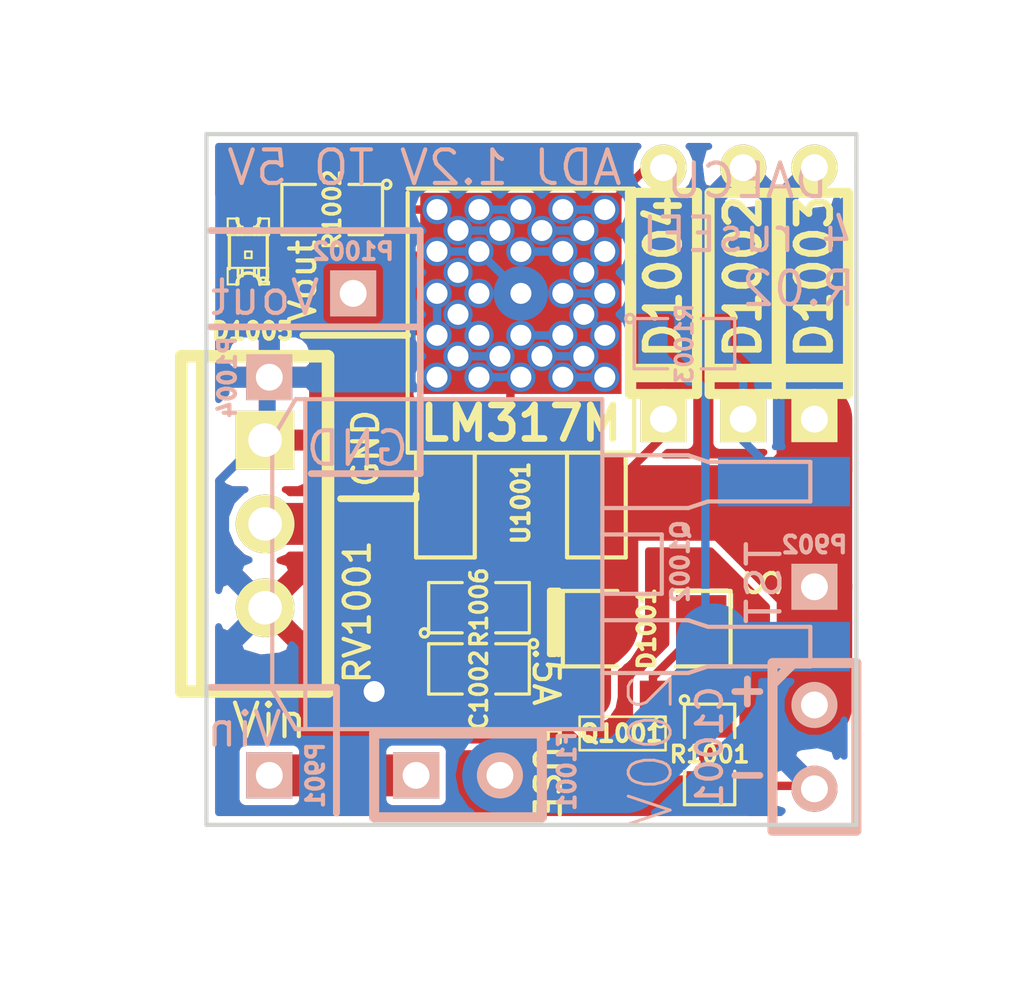
<source format=kicad_pcb>
(kicad_pcb (version 3) (host pcbnew "(2013-07-07 BZR 4022)-stable")

  (general
    (links 30)
    (no_connects 0)
    (area 81.149976 63.5 111.760001 93.980001)
    (thickness 1.6)
    (drawings 41)
    (tracks 135)
    (zones 0)
    (modules 20)
    (nets 11)
  )

  (page A)
  (title_block 
    (title "Adjustable Linear Regulator")
    (rev R0.02)
    (company rusEFI)
  )

  (layers
    (15 F.Cu signal)
    (0 B.Cu signal)
    (16 B.Adhes user)
    (17 F.Adhes user)
    (18 B.Paste user)
    (19 F.Paste user)
    (20 B.SilkS user)
    (21 F.SilkS user)
    (22 B.Mask user)
    (23 F.Mask user)
    (24 Dwgs.User user)
    (25 Cmts.User user)
    (26 Eco1.User user)
    (27 Eco2.User user)
    (28 Edge.Cuts user)
  )

  (setup
    (last_trace_width 0.254)
    (trace_clearance 0.2032)
    (zone_clearance 0.2032)
    (zone_45_only no)
    (trace_min 0.2032)
    (segment_width 0.2032)
    (edge_width 0.127)
    (via_size 0.889)
    (via_drill 0.635)
    (via_min_size 0.889)
    (via_min_drill 0.508)
    (uvia_size 0.508)
    (uvia_drill 0.127)
    (uvias_allowed no)
    (uvia_min_size 0.508)
    (uvia_min_drill 0.127)
    (pcb_text_width 0.127)
    (pcb_text_size 1.016 1.016)
    (mod_edge_width 0.254)
    (mod_text_size 0.508 0.508)
    (mod_text_width 0.127)
    (pad_size 1.524 1.524)
    (pad_drill 1.016)
    (pad_to_mask_clearance 0.2)
    (aux_axis_origin 0 0)
    (visible_elements 7FFFFFBF)
    (pcbplotparams
      (layerselection 284983297)
      (usegerberextensions true)
      (excludeedgelayer true)
      (linewidth 0.150000)
      (plotframeref false)
      (viasonmask false)
      (mode 1)
      (useauxorigin false)
      (hpglpennumber 1)
      (hpglpenspeed 20)
      (hpglpendiameter 15)
      (hpglpenoverlay 2)
      (psnegative false)
      (psa4output false)
      (plotreference true)
      (plotvalue true)
      (plotothertext true)
      (plotinvisibletext false)
      (padsonsilk false)
      (subtractmaskfromsilk false)
      (outputformat 1)
      (mirror false)
      (drillshape 0)
      (scaleselection 1)
      (outputdirectory 5v_gerbers/5v_gerbers/))
  )

  (net 0 "")
  (net 1 /5V-REG)
  (net 2 /VBAT)
  (net 3 /Vf)
  (net 4 /Vin)
  (net 5 /Vs1)
  (net 6 /Vs2)
  (net 7 GND)
  (net 8 N-000001)
  (net 9 N-000002)
  (net 10 N-000003)

  (net_class Default "This is the default net class."
    (clearance 0.2032)
    (trace_width 0.254)
    (via_dia 0.889)
    (via_drill 0.635)
    (uvia_dia 0.508)
    (uvia_drill 0.127)
    (add_net "")
    (add_net /5V-REG)
    (add_net /VBAT)
    (add_net /Vf)
    (add_net /Vin)
    (add_net /Vs1)
    (add_net /Vs2)
    (add_net GND)
    (add_net N-000001)
    (add_net N-000002)
    (add_net N-000003)
  )

  (net_class .05 ""
    (clearance 0.254)
    (trace_width 1.27)
    (via_dia 0.889)
    (via_drill 0.635)
    (uvia_dia 0.508)
    (uvia_drill 0.127)
  )

  (net_class .09 ""
    (clearance 0.254)
    (trace_width 2.286)
    (via_dia 1.651)
    (via_drill 1.397)
    (uvia_dia 0.508)
    (uvia_drill 0.127)
  )

  (net_class .1 ""
    (clearance 0.254)
    (trace_width 2.54)
    (via_dia 1.651)
    (via_drill 1.397)
    (uvia_dia 0.508)
    (uvia_drill 0.127)
  )

  (module SIL-1   placed (layer B.Cu) (tedit 5576B131) (tstamp 5611C225)
    (at 105.41 81.28)
    (descr "Connecteurs 1 pin")
    (tags "CONN DEV")
    (path /5611BCD7)
    (fp_text reference P902 (at 0 -1.27) (layer B.SilkS)
      (effects (font (size 0.508 0.508) (thickness 0.127)) (justify mirror))
    )
    (fp_text value CONN_1 (at 0 2.54) (layer B.SilkS) hide
      (effects (font (size 1.524 1.016) (thickness 0.254)) (justify mirror))
    )
    (pad 1 thru_hole rect (at 0 0) (size 1.397 1.397) (drill 0.8128)
      (layers *.Cu *.Mask B.SilkS)
      (net 2 /VBAT)
    )
  )

  (module SIL-1   placed (layer B.Cu) (tedit 5576B17C) (tstamp 55754F1B)
    (at 88.9 86.995)
    (descr "Connecteurs 1 pin")
    (tags "CONN DEV")
    (path /5611BCEF)
    (fp_text reference P901 (at 1.397 0 90) (layer B.SilkS)
      (effects (font (size 0.508 0.508) (thickness 0.127)) (justify mirror))
    )
    (fp_text value CONN_1 (at 0 2.54) (layer B.SilkS) hide
      (effects (font (size 1.524 1.016) (thickness 0.254)) (justify mirror))
    )
    (pad 1 thru_hole rect (at 0 0) (size 1.397 1.397) (drill 0.8128)
      (layers *.Cu *.Mask B.SilkS)
      (net 4 /Vin)
    )
  )

  (module SIL-1   placed (layer B.Cu) (tedit 5576B139) (tstamp 55754F12)
    (at 91.44 72.39)
    (descr "Connecteurs 1 pin")
    (tags "CONN DEV")
    (path /5611BCCA)
    (fp_text reference P1002 (at 0 -1.27) (layer B.SilkS)
      (effects (font (size 0.508 0.508) (thickness 0.127)) (justify mirror))
    )
    (fp_text value CONN_1 (at 0 2.54) (layer B.SilkS) hide
      (effects (font (size 1.524 1.016) (thickness 0.254)) (justify mirror))
    )
    (pad 1 thru_hole rect (at 0 0) (size 1.397 1.397) (drill 0.8128)
      (layers *.Cu *.Mask B.SilkS)
      (net 1 /5V-REG)
    )
  )

  (module SIL-1 (layer B.Cu) (tedit 5576B0EA) (tstamp 5576B06E)
    (at 88.9 74.93)
    (descr "Connecteurs 1 pin")
    (tags "CONN DEV")
    (path /5611BCDE)
    (fp_text reference P1004 (at -1.27 0 90) (layer B.SilkS)
      (effects (font (size 0.508 0.508) (thickness 0.127)) (justify mirror))
    )
    (fp_text value CONN_1 (at 0 2.54) (layer B.SilkS) hide
      (effects (font (size 1.524 1.016) (thickness 0.254)) (justify mirror))
    )
    (pad 1 thru_hole rect (at 0 0) (size 1.397 1.397) (drill 0.8128)
      (layers *.Cu *.Mask B.SilkS)
      (net 7 GND)
    )
  )

  (module SOT23   placed (layer F.Cu) (tedit 5574EF09) (tstamp 55754EBF)
    (at 99.568 85.725 180)
    (tags SOT23)
    (path /5611BCD0)
    (fp_text reference Q1001 (at 0 0 180) (layer F.SilkS)
      (effects (font (size 0.508 0.508) (thickness 0.127)))
    )
    (fp_text value 30V (at 0.0635 0 180) (layer F.SilkS) hide
      (effects (font (size 0.50038 0.50038) (thickness 0.09906)))
    )
    (fp_circle (center -1.17602 0.35052) (end -1.30048 0.44958) (layer F.SilkS) (width 0.07874))
    (fp_line (start 1.27 -0.508) (end 1.27 0.508) (layer F.SilkS) (width 0.07874))
    (fp_line (start -1.3335 -0.508) (end -1.3335 0.508) (layer F.SilkS) (width 0.07874))
    (fp_line (start 1.27 0.508) (end -1.3335 0.508) (layer F.SilkS) (width 0.07874))
    (fp_line (start -1.3335 -0.508) (end 1.27 -0.508) (layer F.SilkS) (width 0.07874))
    (pad 3 smd rect (at 0 -1.09982 180) (size 0.8001 1.00076)
      (layers F.Cu F.Paste F.Mask)
      (net 6 /Vs2)
    )
    (pad 2 smd rect (at 0.9525 1.09982 180) (size 0.8001 1.00076)
      (layers F.Cu F.Paste F.Mask)
      (net 2 /VBAT)
    )
    (pad 1 smd rect (at -0.9525 1.09982 180) (size 0.8001 1.00076)
      (layers F.Cu F.Paste F.Mask)
      (net 9 N-000002)
    )
    (model smd\SOT23_3.wrl
      (at (xyz 0 0 0))
      (scale (xyz 0.4 0.4 0.4))
      (rotate (xyz 0 0 180))
    )
  )

  (module SM1206   placed (layer F.Cu) (tedit 5574EEF3) (tstamp 55754ECB)
    (at 100.33 82.55 180)
    (path /5611BCD2)
    (attr smd)
    (fp_text reference D1001 (at 0 0 270) (layer F.SilkS)
      (effects (font (size 0.508 0.508) (thickness 0.127)))
    )
    (fp_text value 7.5V (at 0 0 180) (layer F.SilkS) hide
      (effects (font (size 0.762 0.762) (thickness 0.127)))
    )
    (fp_line (start -2.54 -1.143) (end -2.54 1.143) (layer F.SilkS) (width 0.127))
    (fp_line (start -2.54 1.143) (end -0.889 1.143) (layer F.SilkS) (width 0.127))
    (fp_line (start 0.889 -1.143) (end 2.54 -1.143) (layer F.SilkS) (width 0.127))
    (fp_line (start 2.54 -1.143) (end 2.54 1.143) (layer F.SilkS) (width 0.127))
    (fp_line (start 2.54 1.143) (end 0.889 1.143) (layer F.SilkS) (width 0.127))
    (fp_line (start -0.889 -1.143) (end -2.54 -1.143) (layer F.SilkS) (width 0.127))
    (pad 1 smd rect (at -1.651 0 180) (size 1.524 2.032)
      (layers F.Cu F.Paste F.Mask)
      (net 9 N-000002)
    )
    (pad 2 smd rect (at 1.651 0 180) (size 1.524 2.032)
      (layers F.Cu F.Paste F.Mask)
      (net 2 /VBAT)
    )
    (model smd/chip_cms.wrl
      (at (xyz 0 0 0))
      (scale (xyz 0.17 0.16 0.16))
      (rotate (xyz 0 0 0))
    )
  )

  (module SM0805   placed (layer F.Cu) (tedit 5574EF35) (tstamp 55754ED8)
    (at 90.805 69.85 180)
    (path /5611BCCC)
    (attr smd)
    (fp_text reference R1002 (at 0 0 270) (layer F.SilkS)
      (effects (font (size 0.50038 0.50038) (thickness 0.10922)))
    )
    (fp_text value 1k (at 0 0.381 180) (layer F.SilkS) hide
      (effects (font (size 0.50038 0.50038) (thickness 0.10922)))
    )
    (fp_circle (center -1.651 0.762) (end -1.651 0.635) (layer F.SilkS) (width 0.09906))
    (fp_line (start -0.508 0.762) (end -1.524 0.762) (layer F.SilkS) (width 0.09906))
    (fp_line (start -1.524 0.762) (end -1.524 -0.762) (layer F.SilkS) (width 0.09906))
    (fp_line (start -1.524 -0.762) (end -0.508 -0.762) (layer F.SilkS) (width 0.09906))
    (fp_line (start 0.508 -0.762) (end 1.524 -0.762) (layer F.SilkS) (width 0.09906))
    (fp_line (start 1.524 -0.762) (end 1.524 0.762) (layer F.SilkS) (width 0.09906))
    (fp_line (start 1.524 0.762) (end 0.508 0.762) (layer F.SilkS) (width 0.09906))
    (pad 1 smd rect (at -0.9525 0 180) (size 0.889 1.397)
      (layers F.Cu F.Paste F.Mask)
      (net 1 /5V-REG)
    )
    (pad 2 smd rect (at 0.9525 0 180) (size 0.889 1.397)
      (layers F.Cu F.Paste F.Mask)
      (net 10 N-000003)
    )
    (model smd/chip_cms.wrl
      (at (xyz 0 0 0))
      (scale (xyz 0.1 0.1 0.1))
      (rotate (xyz 0 0 0))
    )
  )

  (module SM0805   placed (layer F.Cu) (tedit 5574EF0E) (tstamp 55754EE5)
    (at 102.235 86.36 270)
    (path /5611BCD1)
    (attr smd)
    (fp_text reference R1001 (at 0 0 360) (layer F.SilkS)
      (effects (font (size 0.50038 0.50038) (thickness 0.10922)))
    )
    (fp_text value 1k (at 0 0.381 270) (layer F.SilkS) hide
      (effects (font (size 0.50038 0.50038) (thickness 0.10922)))
    )
    (fp_circle (center -1.651 0.762) (end -1.651 0.635) (layer F.SilkS) (width 0.09906))
    (fp_line (start -0.508 0.762) (end -1.524 0.762) (layer F.SilkS) (width 0.09906))
    (fp_line (start -1.524 0.762) (end -1.524 -0.762) (layer F.SilkS) (width 0.09906))
    (fp_line (start -1.524 -0.762) (end -0.508 -0.762) (layer F.SilkS) (width 0.09906))
    (fp_line (start 0.508 -0.762) (end 1.524 -0.762) (layer F.SilkS) (width 0.09906))
    (fp_line (start 1.524 -0.762) (end 1.524 0.762) (layer F.SilkS) (width 0.09906))
    (fp_line (start 1.524 0.762) (end 0.508 0.762) (layer F.SilkS) (width 0.09906))
    (pad 1 smd rect (at -0.9525 0 270) (size 0.889 1.397)
      (layers F.Cu F.Paste F.Mask)
      (net 9 N-000002)
    )
    (pad 2 smd rect (at 0.9525 0 270) (size 0.889 1.397)
      (layers F.Cu F.Paste F.Mask)
      (net 7 GND)
    )
    (model smd/chip_cms.wrl
      (at (xyz 0 0 0))
      (scale (xyz 0.1 0.1 0.1))
      (rotate (xyz 0 0 0))
    )
  )

  (module SM0805   placed (layer F.Cu) (tedit 5574EF14) (tstamp 55754EF2)
    (at 95.25 83.7692 180)
    (path /5611BCD4)
    (attr smd)
    (fp_text reference C1002 (at 0 -0.635 270) (layer F.SilkS)
      (effects (font (size 0.50038 0.50038) (thickness 0.10922)))
    )
    (fp_text value "1uF 16V" (at 0 0.381 180) (layer F.SilkS) hide
      (effects (font (size 0.50038 0.50038) (thickness 0.10922)))
    )
    (fp_circle (center -1.651 0.762) (end -1.651 0.635) (layer F.SilkS) (width 0.09906))
    (fp_line (start -0.508 0.762) (end -1.524 0.762) (layer F.SilkS) (width 0.09906))
    (fp_line (start -1.524 0.762) (end -1.524 -0.762) (layer F.SilkS) (width 0.09906))
    (fp_line (start -1.524 -0.762) (end -0.508 -0.762) (layer F.SilkS) (width 0.09906))
    (fp_line (start 0.508 -0.762) (end 1.524 -0.762) (layer F.SilkS) (width 0.09906))
    (fp_line (start 1.524 -0.762) (end 1.524 0.762) (layer F.SilkS) (width 0.09906))
    (fp_line (start 1.524 0.762) (end 0.508 0.762) (layer F.SilkS) (width 0.09906))
    (pad 1 smd rect (at -0.9525 0 180) (size 0.889 1.397)
      (layers F.Cu F.Paste F.Mask)
      (net 1 /5V-REG)
    )
    (pad 2 smd rect (at 0.9525 0 180) (size 0.889 1.397)
      (layers F.Cu F.Paste F.Mask)
      (net 7 GND)
    )
    (model smd/chip_cms.wrl
      (at (xyz 0 0 0))
      (scale (xyz 0.1 0.1 0.1))
      (rotate (xyz 0 0 0))
    )
  )

  (module SM0805   placed (layer F.Cu) (tedit 5574EF17) (tstamp 55754EFF)
    (at 95.25 81.915)
    (path /5611BCDC)
    (attr smd)
    (fp_text reference R1006 (at 0 0 90) (layer F.SilkS)
      (effects (font (size 0.50038 0.50038) (thickness 0.10922)))
    )
    (fp_text value 240R (at 0 0.381) (layer F.SilkS) hide
      (effects (font (size 0.50038 0.50038) (thickness 0.10922)))
    )
    (fp_circle (center -1.651 0.762) (end -1.651 0.635) (layer F.SilkS) (width 0.09906))
    (fp_line (start -0.508 0.762) (end -1.524 0.762) (layer F.SilkS) (width 0.09906))
    (fp_line (start -1.524 0.762) (end -1.524 -0.762) (layer F.SilkS) (width 0.09906))
    (fp_line (start -1.524 -0.762) (end -0.508 -0.762) (layer F.SilkS) (width 0.09906))
    (fp_line (start 0.508 -0.762) (end 1.524 -0.762) (layer F.SilkS) (width 0.09906))
    (fp_line (start 1.524 -0.762) (end 1.524 0.762) (layer F.SilkS) (width 0.09906))
    (fp_line (start 1.524 0.762) (end 0.508 0.762) (layer F.SilkS) (width 0.09906))
    (pad 1 smd rect (at -0.9525 0) (size 0.889 1.397)
      (layers F.Cu F.Paste F.Mask)
      (net 8 N-000001)
    )
    (pad 2 smd rect (at 0.9525 0) (size 0.889 1.397)
      (layers F.Cu F.Paste F.Mask)
      (net 1 /5V-REG)
    )
    (model smd/chip_cms.wrl
      (at (xyz 0 0 0))
      (scale (xyz 0.1 0.1 0.1))
      (rotate (xyz 0 0 0))
    )
  )

  (module SIL-2   placed (layer B.Cu) (tedit 5576B532) (tstamp 55754F09)
    (at 94.615 86.995)
    (descr "Connecteurs 2 pins")
    (tags "CONN DEV")
    (path /5611BCEB)
    (fp_text reference F1001 (at 3.302 -0.127 90) (layer B.SilkS)
      (effects (font (size 0.508 0.508) (thickness 0.127)) (justify mirror))
    )
    (fp_text value 5A (at 0 2.54) (layer B.SilkS) hide
      (effects (font (size 1.524 1.016) (thickness 0.3048)) (justify mirror))
    )
    (fp_line (start -2.54 -1.27) (end -2.54 1.27) (layer B.SilkS) (width 0.3048))
    (fp_line (start -2.54 1.27) (end 2.54 1.27) (layer B.SilkS) (width 0.3048))
    (fp_line (start 2.54 1.27) (end 2.54 -1.27) (layer B.SilkS) (width 0.3048))
    (fp_line (start 2.54 -1.27) (end -2.54 -1.27) (layer B.SilkS) (width 0.3048))
    (pad 1 thru_hole rect (at -1.27 0) (size 1.397 1.397) (drill 0.8128)
      (layers *.Cu *.Mask B.SilkS)
      (net 4 /Vin)
    )
    (pad 2 thru_hole circle (at 1.27 0) (size 1.397 1.397) (drill 0.8128)
      (layers *.Cu *.Mask B.SilkS)
      (net 3 /Vf)
    )
  )

  (module LED-0805   placed (layer F.Cu) (tedit 5576B28F) (tstamp 55754F5F)
    (at 88.265 71.12 270)
    (descr "LED 0805 smd package")
    (tags "LED 0805 SMD")
    (path /5611BCCD)
    (attr smd)
    (fp_text reference D1005 (at 2.413 -0.127 360) (layer F.SilkS)
      (effects (font (size 0.508 0.508) (thickness 0.127)))
    )
    (fp_text value LED-grn (at 0 1.27 270) (layer F.SilkS) hide
      (effects (font (size 0.762 0.762) (thickness 0.127)))
    )
    (fp_line (start 0.49784 0.29972) (end 0.49784 0.62484) (layer F.SilkS) (width 0.06604))
    (fp_line (start 0.49784 0.62484) (end 0.99822 0.62484) (layer F.SilkS) (width 0.06604))
    (fp_line (start 0.99822 0.29972) (end 0.99822 0.62484) (layer F.SilkS) (width 0.06604))
    (fp_line (start 0.49784 0.29972) (end 0.99822 0.29972) (layer F.SilkS) (width 0.06604))
    (fp_line (start 0.49784 -0.32258) (end 0.49784 -0.17272) (layer F.SilkS) (width 0.06604))
    (fp_line (start 0.49784 -0.17272) (end 0.7493 -0.17272) (layer F.SilkS) (width 0.06604))
    (fp_line (start 0.7493 -0.32258) (end 0.7493 -0.17272) (layer F.SilkS) (width 0.06604))
    (fp_line (start 0.49784 -0.32258) (end 0.7493 -0.32258) (layer F.SilkS) (width 0.06604))
    (fp_line (start 0.49784 0.17272) (end 0.49784 0.32258) (layer F.SilkS) (width 0.06604))
    (fp_line (start 0.49784 0.32258) (end 0.7493 0.32258) (layer F.SilkS) (width 0.06604))
    (fp_line (start 0.7493 0.17272) (end 0.7493 0.32258) (layer F.SilkS) (width 0.06604))
    (fp_line (start 0.49784 0.17272) (end 0.7493 0.17272) (layer F.SilkS) (width 0.06604))
    (fp_line (start 0.49784 -0.19812) (end 0.49784 0.19812) (layer F.SilkS) (width 0.06604))
    (fp_line (start 0.49784 0.19812) (end 0.6731 0.19812) (layer F.SilkS) (width 0.06604))
    (fp_line (start 0.6731 -0.19812) (end 0.6731 0.19812) (layer F.SilkS) (width 0.06604))
    (fp_line (start 0.49784 -0.19812) (end 0.6731 -0.19812) (layer F.SilkS) (width 0.06604))
    (fp_line (start -0.99822 0.29972) (end -0.99822 0.62484) (layer F.SilkS) (width 0.06604))
    (fp_line (start -0.99822 0.62484) (end -0.49784 0.62484) (layer F.SilkS) (width 0.06604))
    (fp_line (start -0.49784 0.29972) (end -0.49784 0.62484) (layer F.SilkS) (width 0.06604))
    (fp_line (start -0.99822 0.29972) (end -0.49784 0.29972) (layer F.SilkS) (width 0.06604))
    (fp_line (start -0.99822 -0.62484) (end -0.99822 -0.29972) (layer F.SilkS) (width 0.06604))
    (fp_line (start -0.99822 -0.29972) (end -0.49784 -0.29972) (layer F.SilkS) (width 0.06604))
    (fp_line (start -0.49784 -0.62484) (end -0.49784 -0.29972) (layer F.SilkS) (width 0.06604))
    (fp_line (start -0.99822 -0.62484) (end -0.49784 -0.62484) (layer F.SilkS) (width 0.06604))
    (fp_line (start -0.7493 0.17272) (end -0.7493 0.32258) (layer F.SilkS) (width 0.06604))
    (fp_line (start -0.7493 0.32258) (end -0.49784 0.32258) (layer F.SilkS) (width 0.06604))
    (fp_line (start -0.49784 0.17272) (end -0.49784 0.32258) (layer F.SilkS) (width 0.06604))
    (fp_line (start -0.7493 0.17272) (end -0.49784 0.17272) (layer F.SilkS) (width 0.06604))
    (fp_line (start -0.7493 -0.32258) (end -0.7493 -0.17272) (layer F.SilkS) (width 0.06604))
    (fp_line (start -0.7493 -0.17272) (end -0.49784 -0.17272) (layer F.SilkS) (width 0.06604))
    (fp_line (start -0.49784 -0.32258) (end -0.49784 -0.17272) (layer F.SilkS) (width 0.06604))
    (fp_line (start -0.7493 -0.32258) (end -0.49784 -0.32258) (layer F.SilkS) (width 0.06604))
    (fp_line (start -0.6731 -0.19812) (end -0.6731 0.19812) (layer F.SilkS) (width 0.06604))
    (fp_line (start -0.6731 0.19812) (end -0.49784 0.19812) (layer F.SilkS) (width 0.06604))
    (fp_line (start -0.49784 -0.19812) (end -0.49784 0.19812) (layer F.SilkS) (width 0.06604))
    (fp_line (start -0.6731 -0.19812) (end -0.49784 -0.19812) (layer F.SilkS) (width 0.06604))
    (fp_line (start 0 -0.09906) (end 0 0.09906) (layer F.SilkS) (width 0.06604))
    (fp_line (start 0 0.09906) (end 0.19812 0.09906) (layer F.SilkS) (width 0.06604))
    (fp_line (start 0.19812 -0.09906) (end 0.19812 0.09906) (layer F.SilkS) (width 0.06604))
    (fp_line (start 0 -0.09906) (end 0.19812 -0.09906) (layer F.SilkS) (width 0.06604))
    (fp_line (start 0.49784 -0.59944) (end 0.49784 -0.29972) (layer F.SilkS) (width 0.06604))
    (fp_line (start 0.49784 -0.29972) (end 0.79756 -0.29972) (layer F.SilkS) (width 0.06604))
    (fp_line (start 0.79756 -0.59944) (end 0.79756 -0.29972) (layer F.SilkS) (width 0.06604))
    (fp_line (start 0.49784 -0.59944) (end 0.79756 -0.59944) (layer F.SilkS) (width 0.06604))
    (fp_line (start 0.92456 -0.62484) (end 0.92456 -0.39878) (layer F.SilkS) (width 0.06604))
    (fp_line (start 0.92456 -0.39878) (end 0.99822 -0.39878) (layer F.SilkS) (width 0.06604))
    (fp_line (start 0.99822 -0.62484) (end 0.99822 -0.39878) (layer F.SilkS) (width 0.06604))
    (fp_line (start 0.92456 -0.62484) (end 0.99822 -0.62484) (layer F.SilkS) (width 0.06604))
    (fp_line (start 0.52324 0.57404) (end -0.52324 0.57404) (layer F.SilkS) (width 0.1016))
    (fp_line (start -0.49784 -0.57404) (end 0.92456 -0.57404) (layer F.SilkS) (width 0.1016))
    (fp_circle (center 0.84836 -0.44958) (end 0.89916 -0.50038) (layer F.SilkS) (width 0.0508))
    (fp_arc (start 0.99822 0) (end 0.99822 0.34798) (angle 180) (layer F.SilkS) (width 0.1016))
    (fp_arc (start -0.99822 0) (end -0.99822 -0.34798) (angle 180) (layer F.SilkS) (width 0.1016))
    (pad 1 smd rect (at -1.04902 0 270) (size 1.19888 1.19888)
      (layers F.Cu F.Paste F.Mask)
      (net 10 N-000003)
    )
    (pad 2 smd rect (at 1.04902 0 270) (size 1.19888 1.19888)
      (layers F.Cu F.Paste F.Mask)
      (net 7 GND)
    )
  )

  (module DPAK2   placed (layer F.Cu) (tedit 5574EF45) (tstamp 55754F71)
    (at 96.52 78.74)
    (descr "MOS boitier DPACK G-D-S")
    (tags "CMD DPACK")
    (path /5611BCD8)
    (attr smd)
    (fp_text reference U1001 (at 0 0 90) (layer F.SilkS)
      (effects (font (size 0.508 0.508) (thickness 0.127)))
    )
    (fp_text value LM317M (at 0 -2.413) (layer F.SilkS)
      (effects (font (size 1.016 1.016) (thickness 0.2032)))
    )
    (fp_line (start 1.397 -1.524) (end 1.397 1.651) (layer F.SilkS) (width 0.127))
    (fp_line (start 1.397 1.651) (end 3.175 1.651) (layer F.SilkS) (width 0.127))
    (fp_line (start 3.175 1.651) (end 3.175 -1.524) (layer F.SilkS) (width 0.127))
    (fp_line (start -3.175 -1.524) (end -3.175 1.651) (layer F.SilkS) (width 0.127))
    (fp_line (start -3.175 1.651) (end -1.397 1.651) (layer F.SilkS) (width 0.127))
    (fp_line (start -1.397 1.651) (end -1.397 -1.524) (layer F.SilkS) (width 0.127))
    (fp_line (start 3.429 -7.62) (end 3.429 -1.524) (layer F.SilkS) (width 0.127))
    (fp_line (start 3.429 -1.524) (end -3.429 -1.524) (layer F.SilkS) (width 0.127))
    (fp_line (start -3.429 -1.524) (end -3.429 -9.398) (layer F.SilkS) (width 0.127))
    (fp_line (start -3.429 -9.525) (end 3.429 -9.525) (layer F.SilkS) (width 0.127))
    (fp_line (start 3.429 -9.398) (end 3.429 -7.62) (layer F.SilkS) (width 0.127))
    (pad 1 smd rect (at -2.286 0) (size 1.651 3.048)
      (layers F.Cu F.Paste F.Mask)
      (net 8 N-000001)
    )
    (pad 2 smd rect (at 0 -6.35) (size 6.096 6.096)
      (layers F.Cu F.Paste F.Mask)
      (net 1 /5V-REG)
    )
    (pad 3 smd rect (at 2.286 0) (size 1.651 3.048)
      (layers F.Cu F.Paste F.Mask)
      (net 2 /VBAT)
    )
    (model smd/dpack_2.wrl
      (at (xyz 0 0 0))
      (scale (xyz 1 1 1))
      (rotate (xyz 0 0 0))
    )
  )

  (module D3   placed (layer F.Cu) (tedit 5687F9A5) (tstamp 55754F81)
    (at 103.251 72.39 270)
    (descr "Diode 3 pas")
    (tags "DIODE DEV")
    (path /5611BCF2)
    (fp_text reference D1002 (at -0.508 0 270) (layer F.SilkS)
      (effects (font (size 1.016 1.016) (thickness 0.2032)))
    )
    (fp_text value 15V (at 0 0 270) (layer F.SilkS) hide
      (effects (font (size 1.016 1.016) (thickness 0.2032)))
    )
    (fp_line (start 3.81 0) (end 3.048 0) (layer F.SilkS) (width 0.3048))
    (fp_line (start 3.048 0) (end 3.048 -1.016) (layer F.SilkS) (width 0.3048))
    (fp_line (start 3.048 -1.016) (end -3.048 -1.016) (layer F.SilkS) (width 0.3048))
    (fp_line (start -3.048 -1.016) (end -3.048 0) (layer F.SilkS) (width 0.3048))
    (fp_line (start -3.048 0) (end -3.81 0) (layer F.SilkS) (width 0.3048))
    (fp_line (start -3.048 0) (end -3.048 1.016) (layer F.SilkS) (width 0.3048))
    (fp_line (start -3.048 1.016) (end 3.048 1.016) (layer F.SilkS) (width 0.3048))
    (fp_line (start 3.048 1.016) (end 3.048 0) (layer F.SilkS) (width 0.3048))
    (fp_line (start 2.54 -1.016) (end 2.54 1.016) (layer F.SilkS) (width 0.3048))
    (fp_line (start 2.286 1.016) (end 2.286 -1.016) (layer F.SilkS) (width 0.3048))
    (pad 2 thru_hole rect (at 3.81 0 270) (size 1.397 1.397) (drill 0.8128)
      (layers *.Cu *.Mask F.SilkS)
      (net 5 /Vs1)
    )
    (pad 1 thru_hole circle (at -3.81 0 270) (size 1.397 1.397) (drill 0.8128)
      (layers *.Cu *.Mask F.SilkS)
      (net 7 GND)
    )
    (model discret/diode.wrl
      (at (xyz 0 0 0))
      (scale (xyz 0.3 0.3 0.3))
      (rotate (xyz 0 0 0))
    )
  )

  (module D3   placed (layer F.Cu) (tedit 5687F9A7) (tstamp 55754F91)
    (at 105.41 72.39 270)
    (descr "Diode 3 pas")
    (tags "DIODE DEV")
    (path /5687F3A8)
    (fp_text reference D1003 (at -0.508 0 270) (layer F.SilkS)
      (effects (font (size 1.016 1.016) (thickness 0.2032)))
    )
    (fp_text value 24V (at 0 0 270) (layer F.SilkS) hide
      (effects (font (size 1.016 1.016) (thickness 0.2032)))
    )
    (fp_line (start 3.81 0) (end 3.048 0) (layer F.SilkS) (width 0.3048))
    (fp_line (start 3.048 0) (end 3.048 -1.016) (layer F.SilkS) (width 0.3048))
    (fp_line (start 3.048 -1.016) (end -3.048 -1.016) (layer F.SilkS) (width 0.3048))
    (fp_line (start -3.048 -1.016) (end -3.048 0) (layer F.SilkS) (width 0.3048))
    (fp_line (start -3.048 0) (end -3.81 0) (layer F.SilkS) (width 0.3048))
    (fp_line (start -3.048 0) (end -3.048 1.016) (layer F.SilkS) (width 0.3048))
    (fp_line (start -3.048 1.016) (end 3.048 1.016) (layer F.SilkS) (width 0.3048))
    (fp_line (start 3.048 1.016) (end 3.048 0) (layer F.SilkS) (width 0.3048))
    (fp_line (start 2.54 -1.016) (end 2.54 1.016) (layer F.SilkS) (width 0.3048))
    (fp_line (start 2.286 1.016) (end 2.286 -1.016) (layer F.SilkS) (width 0.3048))
    (pad 2 thru_hole rect (at 3.81 0 270) (size 1.397 1.397) (drill 0.8128)
      (layers *.Cu *.Mask F.SilkS)
      (net 2 /VBAT)
    )
    (pad 1 thru_hole circle (at -3.81 0 270) (size 1.397 1.397) (drill 0.8128)
      (layers *.Cu *.Mask F.SilkS)
      (net 7 GND)
    )
    (model discret/diode.wrl
      (at (xyz 0 0 0))
      (scale (xyz 0.3 0.3 0.3))
      (rotate (xyz 0 0 0))
    )
  )

  (module C1   placed (layer B.Cu) (tedit 5576B588) (tstamp 55754F9C)
    (at 105.41 86.1314 270)
    (descr "Condensateur e = 1 pas")
    (tags C)
    (path /5611BCCB)
    (fp_text reference C1001 (at 0 3.175 270) (layer B.SilkS)
      (effects (font (size 0.762 0.762) (thickness 0.127)) (justify mirror))
    )
    (fp_text value "0.1uF 50V" (at 0 2.286 270) (layer B.SilkS) hide
      (effects (font (size 1.016 1.016) (thickness 0.2032)) (justify mirror))
    )
    (fp_line (start -2.4892 1.27) (end 2.54 1.27) (layer B.SilkS) (width 0.3048))
    (fp_line (start 2.54 1.27) (end 2.54 -1.27) (layer B.SilkS) (width 0.3048))
    (fp_line (start 2.54 -1.27) (end -2.54 -1.27) (layer B.SilkS) (width 0.3048))
    (fp_line (start -2.54 -1.27) (end -2.54 1.27) (layer B.SilkS) (width 0.3048))
    (fp_line (start -2.54 0.635) (end -1.905 1.27) (layer B.SilkS) (width 0.3048))
    (pad 1 thru_hole circle (at -1.27 0 270) (size 1.397 1.397) (drill 0.8128)
      (layers *.Cu *.Mask B.SilkS)
      (net 2 /VBAT)
    )
    (pad 2 thru_hole circle (at 1.27 0 270) (size 1.397 1.397) (drill 0.8128)
      (layers *.Cu *.Mask B.SilkS)
      (net 7 GND)
    )
    (model discret/capa_1_pas.wrl
      (at (xyz 0 0 0))
      (scale (xyz 1 1 1))
      (rotate (xyz 0 0 0))
    )
  )

  (module TO220_VERT (layer F.Cu) (tedit 5576B299) (tstamp 5611C170)
    (at 88.773 79.375 180)
    (descr "Regulateur TO220 serie LM78xx")
    (tags "TR TO220")
    (path /5611BCDB)
    (fp_text reference RV1001 (at -2.794 -2.667 270) (layer F.SilkS)
      (effects (font (size 0.762 0.762) (thickness 0.127)))
    )
    (fp_text value 1k (at 0.635 -6.35 180) (layer F.SilkS) hide
      (effects (font (size 1.524 1.016) (thickness 0.2032)))
    )
    (fp_line (start 1.905 -5.08) (end 2.54 -5.08) (layer F.SilkS) (width 0.381))
    (fp_line (start 2.54 -5.08) (end 2.54 5.08) (layer F.SilkS) (width 0.381))
    (fp_line (start 2.54 5.08) (end 1.905 5.08) (layer F.SilkS) (width 0.381))
    (fp_line (start -1.905 -5.08) (end 1.905 -5.08) (layer F.SilkS) (width 0.381))
    (fp_line (start 1.905 -5.08) (end 1.905 5.08) (layer F.SilkS) (width 0.381))
    (fp_line (start 1.905 5.08) (end -1.905 5.08) (layer F.SilkS) (width 0.381))
    (fp_line (start -1.905 5.08) (end -1.905 -5.08) (layer F.SilkS) (width 0.381))
    (pad 2 thru_hole circle (at 0 -2.54 180) (size 1.778 1.778) (drill 1.016)
      (layers *.Cu *.Mask F.SilkS)
      (net 7 GND)
    )
    (pad 3 thru_hole circle (at 0 0 180) (size 1.778 1.778) (drill 1.016)
      (layers *.Cu *.Mask F.SilkS)
      (net 8 N-000001)
    )
    (pad 1 thru_hole rect (at 0 2.54 180) (size 1.778 1.778) (drill 1.016)
      (layers *.Cu *.Mask F.SilkS)
      (net 7 GND)
    )
  )

  (module SM0805 (layer B.Cu) (tedit 5687FA30) (tstamp 5611BCC6)
    (at 101.473 73.914)
    (path /5611BCF3)
    (attr smd)
    (fp_text reference R1003 (at 0 0 90) (layer B.SilkS)
      (effects (font (size 0.50038 0.50038) (thickness 0.10922)) (justify mirror))
    )
    (fp_text value 100k (at 0 -0.381) (layer B.SilkS) hide
      (effects (font (size 0.50038 0.50038) (thickness 0.10922)) (justify mirror))
    )
    (fp_circle (center -1.651 -0.762) (end -1.651 -0.635) (layer B.SilkS) (width 0.09906))
    (fp_line (start -0.508 -0.762) (end -1.524 -0.762) (layer B.SilkS) (width 0.09906))
    (fp_line (start -1.524 -0.762) (end -1.524 0.762) (layer B.SilkS) (width 0.09906))
    (fp_line (start -1.524 0.762) (end -0.508 0.762) (layer B.SilkS) (width 0.09906))
    (fp_line (start 0.508 0.762) (end 1.524 0.762) (layer B.SilkS) (width 0.09906))
    (fp_line (start 1.524 0.762) (end 1.524 -0.762) (layer B.SilkS) (width 0.09906))
    (fp_line (start 1.524 -0.762) (end 0.508 -0.762) (layer B.SilkS) (width 0.09906))
    (pad 1 smd rect (at -0.9525 0) (size 0.889 1.397)
      (layers B.Cu B.Paste B.Mask)
      (net 3 /Vf)
    )
    (pad 2 smd rect (at 0.9525 0) (size 0.889 1.397)
      (layers B.Cu B.Paste B.Mask)
      (net 5 /Vs1)
    )
    (model smd/chip_cms.wrl
      (at (xyz 0 0 0))
      (scale (xyz 0.1 0.1 0.1))
      (rotate (xyz 0 0 0))
    )
  )

  (module m-pad-2.1-TO-263AB (layer B.Cu) (tedit 5687FBA7) (tstamp 5611BCED)
    (at 94.488 80.5942 270)
    (descr "FAIRCHILD'S TO-263AB/D2PAK PACKAGE DIMENSIONS")
    (tags "FAIRCHILD'S TO-263AB/D2PAK PACKAGE DIMENSIONS")
    (path /5611BCF1)
    (attr smd)
    (fp_text reference Q1002 (at -0.0762 -6.858 270) (layer B.SilkS)
      (effects (font (size 0.508 0.508) (thickness 0.127)) (justify mirror))
    )
    (fp_text value 200V (at 5.6388 -5.969 270) (layer B.SilkS)
      (effects (font (size 1.27 1.27) (thickness 0.0889)) (justify mirror))
    )
    (fp_line (start -4.99872 -4.49834) (end -3.29946 -4.49834) (layer B.SilkS) (width 0.127))
    (fp_line (start -3.29946 -4.49834) (end -1.69926 -4.49834) (layer B.SilkS) (width 0.127))
    (fp_line (start -1.69926 -4.49834) (end -0.89916 -4.49834) (layer B.SilkS) (width 0.127))
    (fp_line (start -0.89916 -4.49834) (end 0.89916 -4.49834) (layer B.SilkS) (width 0.127))
    (fp_line (start 0.89916 -4.49834) (end 1.69926 -4.49834) (layer B.SilkS) (width 0.127))
    (fp_line (start 1.69926 -4.49834) (end 3.29946 -4.49834) (layer B.SilkS) (width 0.127))
    (fp_line (start 3.29946 -4.49834) (end 4.99872 -4.49834) (layer B.SilkS) (width 0.127))
    (fp_line (start 4.99872 -4.49834) (end 4.99872 4.49834) (layer B.SilkS) (width 0.127))
    (fp_line (start 4.99872 4.49834) (end -4.99872 4.49834) (layer B.SilkS) (width 0.127))
    (fp_line (start -4.99872 4.49834) (end -4.99872 -4.49834) (layer B.SilkS) (width 0.127))
    (fp_line (start -4.99872 4.49834) (end -4.99872 4.79044) (layer B.SilkS) (width 0.127))
    (fp_line (start -4.99872 4.79044) (end -3.79222 5.4991) (layer B.SilkS) (width 0.127))
    (fp_line (start -3.79222 5.4991) (end 3.79222 5.4991) (layer B.SilkS) (width 0.127))
    (fp_line (start 3.79222 5.4991) (end 4.99872 4.79044) (layer B.SilkS) (width 0.127))
    (fp_line (start 4.99872 4.79044) (end 4.99872 4.49834) (layer B.SilkS) (width 0.127))
    (fp_line (start -0.89916 -4.49834) (end -0.89916 -6.2992) (layer B.SilkS) (width 0.127))
    (fp_line (start -0.89916 -6.2992) (end 0.89916 -6.2992) (layer B.SilkS) (width 0.127))
    (fp_line (start 0.89916 -6.2992) (end 0.89916 -4.49834) (layer B.SilkS) (width 0.127))
    (fp_line (start -3.29946 -4.49834) (end -3.29946 -7.0993) (layer B.SilkS) (width 0.127))
    (fp_line (start -3.29946 -7.0993) (end -3.0988 -7.69874) (layer B.SilkS) (width 0.127))
    (fp_line (start -3.0988 -7.69874) (end -3.0988 -10.79754) (layer B.SilkS) (width 0.127))
    (fp_line (start -3.0988 -10.79754) (end -1.89992 -10.79754) (layer B.SilkS) (width 0.127))
    (fp_line (start -1.89992 -10.79754) (end -1.89992 -7.69874) (layer B.SilkS) (width 0.127))
    (fp_line (start -1.89992 -7.69874) (end -1.69926 -7.0993) (layer B.SilkS) (width 0.127))
    (fp_line (start -1.69926 -7.0993) (end -1.69926 -4.49834) (layer B.SilkS) (width 0.127))
    (fp_line (start 1.69926 -4.49834) (end 1.69926 -7.0993) (layer B.SilkS) (width 0.127))
    (fp_line (start 1.69926 -7.0993) (end 1.89992 -7.69874) (layer B.SilkS) (width 0.127))
    (fp_line (start 1.89992 -7.69874) (end 1.89992 -10.79754) (layer B.SilkS) (width 0.127))
    (fp_line (start 1.89992 -10.79754) (end 3.0988 -10.79754) (layer B.SilkS) (width 0.127))
    (fp_line (start 3.0988 -10.79754) (end 3.0988 -7.69874) (layer B.SilkS) (width 0.127))
    (fp_line (start 3.0988 -7.69874) (end 3.29946 -7.0993) (layer B.SilkS) (width 0.127))
    (fp_line (start 3.29946 -7.0993) (end 3.29946 -4.49834) (layer B.SilkS) (width 0.127))
    (pad 2 smd rect (at 0 0 270) (size 9.99998 8.99922)
      (layers B.Cu B.Paste B.Mask)
      (net 6 /Vs2)
    )
    (pad 1 smd rect (at -2.49936 -9.99998 270) (size 1.4986 3.99796)
      (layers B.Cu B.Paste B.Mask)
      (net 5 /Vs1)
    )
    (pad 3 smd rect (at 2.49936 -9.99998 270) (size 1.4986 3.99796)
      (layers B.Cu B.Paste B.Mask)
      (net 3 /Vf)
    )
  )

  (module D3 (layer F.Cu) (tedit 5687F9A2) (tstamp 5687F9F1)
    (at 100.838 72.39 270)
    (descr "Diode 3 pas")
    (tags "DIODE DEV")
    (path /5687F710)
    (fp_text reference D1004 (at -0.508 0 270) (layer F.SilkS)
      (effects (font (size 1.016 1.016) (thickness 0.2032)))
    )
    (fp_text value 24V (at 0 0 270) (layer F.SilkS) hide
      (effects (font (size 1.016 1.016) (thickness 0.2032)))
    )
    (fp_line (start 3.81 0) (end 3.048 0) (layer F.SilkS) (width 0.3048))
    (fp_line (start 3.048 0) (end 3.048 -1.016) (layer F.SilkS) (width 0.3048))
    (fp_line (start 3.048 -1.016) (end -3.048 -1.016) (layer F.SilkS) (width 0.3048))
    (fp_line (start -3.048 -1.016) (end -3.048 0) (layer F.SilkS) (width 0.3048))
    (fp_line (start -3.048 0) (end -3.81 0) (layer F.SilkS) (width 0.3048))
    (fp_line (start -3.048 0) (end -3.048 1.016) (layer F.SilkS) (width 0.3048))
    (fp_line (start -3.048 1.016) (end 3.048 1.016) (layer F.SilkS) (width 0.3048))
    (fp_line (start 3.048 1.016) (end 3.048 0) (layer F.SilkS) (width 0.3048))
    (fp_line (start 2.54 -1.016) (end 2.54 1.016) (layer F.SilkS) (width 0.3048))
    (fp_line (start 2.286 1.016) (end 2.286 -1.016) (layer F.SilkS) (width 0.3048))
    (pad 2 thru_hole rect (at 3.81 0 270) (size 1.397 1.397) (drill 0.8128)
      (layers *.Cu *.Mask F.SilkS)
      (net 2 /VBAT)
    )
    (pad 1 thru_hole circle (at -3.81 0 270) (size 1.397 1.397) (drill 0.8128)
      (layers *.Cu *.Mask F.SilkS)
      (net 1 /5V-REG)
    )
    (model discret/diode.wrl
      (at (xyz 0 0 0))
      (scale (xyz 0.3 0.3 0.3))
      (rotate (xyz 0 0 0))
    )
  )

  (gr_line (start 97.536 83.312) (end 97.536 81.407) (angle 90) (layer F.SilkS) (width 0.2032))
  (gr_line (start 97.409 83.312) (end 97.536 83.312) (angle 90) (layer F.SilkS) (width 0.2032))
  (gr_line (start 97.409 81.407) (end 97.409 83.312) (angle 90) (layer F.SilkS) (width 0.2032))
  (gr_line (start 97.663 81.407) (end 97.409 81.407) (angle 90) (layer F.SilkS) (width 0.2032))
  (gr_line (start 97.663 83.312) (end 97.663 81.407) (angle 90) (layer F.SilkS) (width 0.2032))
  (dimension 20.9296 (width 0.127) (layer Cmts.User)
    (gr_text "0.8240 in" (at 84.963 78.0288 90) (layer Cmts.User)
      (effects (font (size 1.016 1.016) (thickness 0.127)))
    )
    (feature1 (pts (xy 86.36 67.564) (xy 84.201 67.564)))
    (feature2 (pts (xy 86.36 88.4936) (xy 84.201 88.4936)))
    (crossbar (pts (xy 85.725 88.4936) (xy 85.725 67.564)))
    (arrow1a (pts (xy 85.725 67.564) (xy 86.31142 68.690503)))
    (arrow1b (pts (xy 85.725 67.564) (xy 85.13858 68.690503)))
    (arrow2a (pts (xy 85.725 88.4936) (xy 86.31142 87.367097)))
    (arrow2b (pts (xy 85.725 88.4936) (xy 85.13858 87.367097)))
  )
  (gr_line (start 86.995 88.265) (end 86.995 88.4936) (angle 90) (layer Edge.Cuts) (width 0.127))
  (gr_line (start 106.68 88.265) (end 106.68 88.4936) (angle 90) (layer Edge.Cuts) (width 0.127))
  (gr_line (start 86.995 68.58) (end 86.995 67.564) (angle 90) (layer Edge.Cuts) (width 0.127))
  (gr_line (start 106.68 68.58) (end 106.68 67.564) (angle 90) (layer Edge.Cuts) (width 0.127))
  (gr_text ".5A FUSE" (at 97.282 85.725 270) (layer F.SilkS)
    (effects (font (size 0.762 0.762) (thickness 0.127)))
  )
  (gr_text "ADJ 1.2V TO 5V" (at 93.599 68.58) (layer B.SilkS)
    (effects (font (size 1.016 1.016) (thickness 0.127)) (justify mirror))
  )
  (gr_text "DAECU\n4 rusEFI\nR.02    " (at 103.378 70.612) (layer B.SilkS)
    (effects (font (size 1.016 1.016) (thickness 0.127)) (justify mirror))
  )
  (gr_text TST (at 103.886 81.153 90) (layer B.SilkS)
    (effects (font (size 1.016 1.016) (thickness 0.127)) (justify mirror))
  )
  (gr_text TST (at 103.886 81.153 90) (layer F.SilkS)
    (effects (font (size 1.016 1.016) (thickness 0.127)))
  )
  (gr_line (start 93.345 78.613) (end 93.345 78.486) (angle 90) (layer F.SilkS) (width 0.2032))
  (gr_line (start 91.059 78.613) (end 93.345 78.613) (angle 90) (layer F.SilkS) (width 0.2032))
  (gr_line (start 93.091 73.66) (end 92.964 73.66) (angle 90) (layer F.SilkS) (width 0.2032))
  (gr_line (start 89.916 73.66) (end 93.091 73.66) (angle 90) (layer F.SilkS) (width 0.2032))
  (gr_text Vout (at 89.916 72.009 90) (layer F.SilkS)
    (effects (font (size 0.762 0.762) (thickness 0.127)))
  )
  (gr_text GND (at 91.821 77.089 90) (layer F.SilkS)
    (effects (font (size 0.762 0.762) (thickness 0.127)))
  )
  (gr_line (start 90.932 84.328) (end 90.932 88.138) (angle 90) (layer F.SilkS) (width 0.2032))
  (gr_text Vin (at 88.9 85.344) (layer F.SilkS)
    (effects (font (size 1.016 1.016) (thickness 0.127)))
  )
  (gr_line (start 93.472 70.485) (end 87.122 70.485) (angle 90) (layer B.SilkS) (width 0.2032))
  (gr_line (start 93.472 73.406) (end 93.472 70.485) (angle 90) (layer B.SilkS) (width 0.2032))
  (gr_line (start 93.472 77.851) (end 90.17 77.851) (angle 90) (layer B.SilkS) (width 0.2032))
  (gr_line (start 93.472 73.406) (end 93.472 77.851) (angle 90) (layer B.SilkS) (width 0.2032))
  (gr_line (start 87.122 73.406) (end 93.472 73.406) (angle 90) (layer B.SilkS) (width 0.2032))
  (gr_line (start 90.932 84.328) (end 87.122 84.328) (angle 90) (layer B.SilkS) (width 0.2032))
  (gr_line (start 90.932 88.138) (end 90.932 84.328) (angle 90) (layer B.SilkS) (width 0.2032))
  (gr_text Vin (at 88.138 85.598) (layer B.SilkS)
    (effects (font (size 1.016 1.016) (thickness 0.127)) (justify mirror))
  )
  (gr_text Vout (at 88.773 72.517) (layer B.SilkS)
    (effects (font (size 1.016 1.016) (thickness 0.127)) (justify mirror))
  )
  (gr_text GND (at 91.567 77.089) (layer B.SilkS)
    (effects (font (size 1.016 1.016) (thickness 0.127)) (justify mirror))
  )
  (gr_line (start 103.378 84.074) (end 103.378 84.836) (angle 90) (layer B.SilkS) (width 0.2032))
  (gr_line (start 103.759 84.455) (end 102.997 84.455) (angle 90) (layer B.SilkS) (width 0.2032))
  (gr_line (start 103.759 86.995) (end 102.997 86.995) (angle 90) (layer B.SilkS) (width 0.2032))
  (dimension 19.685 (width 0.127) (layer Cmts.User)
    (gr_text "0.7750 in" (at 96.8375 90.296999) (layer Cmts.User)
      (effects (font (size 1.016 1.016) (thickness 0.127)))
    )
    (feature1 (pts (xy 106.68 88.9) (xy 106.68 91.058999)))
    (feature2 (pts (xy 86.995 88.9) (xy 86.995 91.058999)))
    (crossbar (pts (xy 86.995 89.534999) (xy 106.68 89.534999)))
    (arrow1a (pts (xy 106.68 89.534999) (xy 105.553497 90.121419)))
    (arrow1b (pts (xy 106.68 89.534999) (xy 105.553497 88.948579)))
    (arrow2a (pts (xy 86.995 89.534999) (xy 88.121503 90.121419)))
    (arrow2b (pts (xy 86.995 89.534999) (xy 88.121503 88.948579)))
  )
  (gr_line (start 86.995 88.265) (end 86.995 68.58) (angle 90) (layer Edge.Cuts) (width 0.127))
  (gr_line (start 106.68 88.4936) (end 86.995 88.4936) (angle 90) (layer Edge.Cuts) (width 0.127))
  (gr_line (start 106.68 68.58) (end 106.68 88.265) (angle 90) (layer Edge.Cuts) (width 0.127))
  (gr_line (start 86.995 67.564) (end 106.68 67.564) (angle 90) (layer Edge.Cuts) (width 0.127))

  (segment (start 100.838 68.58) (end 100.33 68.58) (width 0.254) (layer F.Cu) (net 1))
  (segment (start 100.33 68.58) (end 96.52 72.39) (width 0.254) (layer F.Cu) (net 1) (tstamp 5687F909))
  (segment (start 96.2025 81.915) (end 96.2025 83.7692) (width 0.254) (layer F.Cu) (net 1))
  (segment (start 96.52 72.39) (end 93.98 69.85) (width 0.254) (layer B.Cu) (net 1))
  (via (at 96.52 72.39) (size 1.651) (layers F.Cu B.Cu) (net 1))
  (via (at 93.98 69.85) (size 0.889) (layers F.Cu B.Cu) (net 1))
  (segment (start 93.98 69.85) (end 95.25 69.85) (width 0.254) (layer F.Cu) (net 1) (tstamp 557508E4))
  (via (at 93.98 74.93) (size 0.889) (layers F.Cu B.Cu) (net 1))
  (segment (start 95.25 74.93) (end 93.98 74.93) (width 0.254) (layer F.Cu) (net 1) (tstamp 5575094A))
  (via (at 95.25 74.93) (size 0.889) (layers F.Cu B.Cu) (net 1))
  (segment (start 96.52 74.93) (end 95.25 74.93) (width 0.254) (layer B.Cu) (net 1) (tstamp 55750947))
  (via (at 96.52 74.93) (size 0.889) (layers F.Cu B.Cu) (net 1))
  (segment (start 97.79 74.93) (end 96.52 74.93) (width 0.254) (layer F.Cu) (net 1) (tstamp 55750944))
  (via (at 97.79 74.93) (size 0.889) (layers F.Cu B.Cu) (net 1))
  (segment (start 99.06 74.93) (end 97.79 74.93) (width 0.254) (layer B.Cu) (net 1) (tstamp 55750941))
  (via (at 99.06 74.93) (size 0.889) (layers F.Cu B.Cu) (net 1))
  (segment (start 98.425 74.295) (end 99.06 74.93) (width 0.254) (layer F.Cu) (net 1) (tstamp 5575093E))
  (via (at 98.425 74.295) (size 0.889) (layers F.Cu B.Cu) (net 1))
  (segment (start 97.155 74.295) (end 98.425 74.295) (width 0.254) (layer B.Cu) (net 1) (tstamp 5575093B))
  (via (at 97.155 74.295) (size 0.889) (layers F.Cu B.Cu) (net 1))
  (segment (start 95.885 74.295) (end 97.155 74.295) (width 0.254) (layer F.Cu) (net 1) (tstamp 55750938))
  (via (at 95.885 74.295) (size 0.889) (layers F.Cu B.Cu) (net 1))
  (segment (start 94.615 74.295) (end 95.885 74.295) (width 0.254) (layer B.Cu) (net 1) (tstamp 55750935))
  (via (at 94.615 74.295) (size 0.889) (layers F.Cu B.Cu) (net 1))
  (segment (start 93.98 73.66) (end 94.615 74.295) (width 0.254) (layer F.Cu) (net 1) (tstamp 55750932))
  (via (at 93.98 73.66) (size 0.889) (layers F.Cu B.Cu) (net 1))
  (segment (start 93.98 72.39) (end 93.98 73.66) (width 0.254) (layer B.Cu) (net 1) (tstamp 5575092F))
  (via (at 93.98 72.39) (size 0.889) (layers F.Cu B.Cu) (net 1))
  (segment (start 94.615 71.755) (end 93.98 72.39) (width 0.254) (layer F.Cu) (net 1) (tstamp 5575092C))
  (via (at 94.615 71.755) (size 0.889) (layers F.Cu B.Cu) (net 1))
  (segment (start 95.25 72.39) (end 94.615 71.755) (width 0.254) (layer B.Cu) (net 1) (tstamp 55750929))
  (via (at 95.25 72.39) (size 0.889) (layers F.Cu B.Cu) (net 1))
  (segment (start 94.615 73.025) (end 95.25 72.39) (width 0.254) (layer F.Cu) (net 1) (tstamp 55750926))
  (via (at 94.615 73.025) (size 0.889) (layers F.Cu B.Cu) (net 1))
  (segment (start 95.25 73.66) (end 94.615 73.025) (width 0.254) (layer B.Cu) (net 1) (tstamp 55750923))
  (via (at 95.25 73.66) (size 0.889) (layers F.Cu B.Cu) (net 1))
  (segment (start 96.52 73.66) (end 95.25 73.66) (width 0.254) (layer F.Cu) (net 1) (tstamp 55750920))
  (via (at 96.52 73.66) (size 0.889) (layers F.Cu B.Cu) (net 1))
  (segment (start 97.79 73.66) (end 96.52 73.66) (width 0.254) (layer B.Cu) (net 1) (tstamp 5575091D))
  (via (at 97.79 73.66) (size 0.889) (layers F.Cu B.Cu) (net 1))
  (segment (start 99.06 73.66) (end 97.79 73.66) (width 0.254) (layer F.Cu) (net 1) (tstamp 5575091A))
  (via (at 99.06 73.66) (size 0.889) (layers F.Cu B.Cu) (net 1))
  (segment (start 98.425 73.025) (end 99.06 73.66) (width 0.254) (layer B.Cu) (net 1) (tstamp 55750917))
  (via (at 98.425 73.025) (size 0.889) (layers F.Cu B.Cu) (net 1))
  (segment (start 97.79 72.39) (end 98.425 73.025) (width 0.254) (layer F.Cu) (net 1) (tstamp 55750914))
  (via (at 97.79 72.39) (size 0.889) (layers F.Cu B.Cu) (net 1))
  (segment (start 99.06 72.39) (end 97.79 72.39) (width 0.254) (layer B.Cu) (net 1) (tstamp 55750911))
  (via (at 99.06 72.39) (size 0.889) (layers F.Cu B.Cu) (net 1))
  (segment (start 98.425 71.755) (end 99.06 72.39) (width 0.254) (layer F.Cu) (net 1) (tstamp 5575090E))
  (via (at 98.425 71.755) (size 0.889) (layers F.Cu B.Cu) (net 1))
  (segment (start 99.06 71.12) (end 98.425 71.755) (width 0.254) (layer B.Cu) (net 1) (tstamp 5575090B))
  (via (at 99.06 71.12) (size 0.889) (layers F.Cu B.Cu) (net 1))
  (segment (start 97.79 71.12) (end 99.06 71.12) (width 0.254) (layer F.Cu) (net 1) (tstamp 55750908))
  (via (at 97.79 71.12) (size 0.889) (layers F.Cu B.Cu) (net 1))
  (segment (start 96.52 71.12) (end 97.79 71.12) (width 0.254) (layer B.Cu) (net 1) (tstamp 55750905))
  (via (at 96.52 71.12) (size 0.889) (layers F.Cu B.Cu) (net 1))
  (segment (start 95.25 71.12) (end 96.52 71.12) (width 0.254) (layer F.Cu) (net 1) (tstamp 55750902))
  (via (at 95.25 71.12) (size 0.889) (layers F.Cu B.Cu) (net 1))
  (segment (start 93.98 71.12) (end 95.25 71.12) (width 0.254) (layer B.Cu) (net 1) (tstamp 557508FF))
  (via (at 93.98 71.12) (size 0.889) (layers F.Cu B.Cu) (net 1))
  (segment (start 94.615 70.485) (end 93.98 71.12) (width 0.254) (layer F.Cu) (net 1) (tstamp 557508FC))
  (via (at 94.615 70.485) (size 0.889) (layers F.Cu B.Cu) (net 1))
  (segment (start 95.885 70.485) (end 94.615 70.485) (width 0.254) (layer B.Cu) (net 1) (tstamp 557508F9))
  (via (at 95.885 70.485) (size 0.889) (layers F.Cu B.Cu) (net 1))
  (segment (start 97.155 70.485) (end 95.885 70.485) (width 0.254) (layer F.Cu) (net 1) (tstamp 557508F6))
  (via (at 97.155 70.485) (size 0.889) (layers F.Cu B.Cu) (net 1))
  (segment (start 98.425 70.485) (end 97.155 70.485) (width 0.254) (layer B.Cu) (net 1) (tstamp 557508F3))
  (via (at 98.425 70.485) (size 0.889) (layers F.Cu B.Cu) (net 1))
  (segment (start 99.06 69.85) (end 98.425 70.485) (width 0.254) (layer F.Cu) (net 1) (tstamp 557508F0))
  (via (at 99.06 69.85) (size 0.889) (layers F.Cu B.Cu) (net 1))
  (segment (start 97.79 69.85) (end 99.06 69.85) (width 0.254) (layer B.Cu) (net 1) (tstamp 557508ED))
  (via (at 97.79 69.85) (size 0.889) (layers F.Cu B.Cu) (net 1))
  (segment (start 96.52 69.85) (end 97.79 69.85) (width 0.254) (layer F.Cu) (net 1) (tstamp 557508EA))
  (via (at 96.52 69.85) (size 0.889) (layers F.Cu B.Cu) (net 1))
  (segment (start 95.25 69.85) (end 96.52 69.85) (width 0.254) (layer B.Cu) (net 1) (tstamp 557508E7))
  (via (at 95.25 69.85) (size 0.889) (layers F.Cu B.Cu) (net 1))
  (segment (start 96.2025 81.915) (end 96.2025 72.7075) (width 0.254) (layer F.Cu) (net 1))
  (segment (start 96.2025 72.7075) (end 96.52 72.39) (width 0.254) (layer F.Cu) (net 1) (tstamp 5575074B))
  (segment (start 91.7575 69.85) (end 93.98 69.85) (width 0.254) (layer F.Cu) (net 1))
  (segment (start 91.44 72.39) (end 96.52 72.39) (width 2.54) (layer F.Cu) (net 1))
  (segment (start 100.838 76.2) (end 100.838 76.708) (width 0.254) (layer F.Cu) (net 2))
  (segment (start 100.838 76.708) (end 98.806 78.74) (width 0.254) (layer F.Cu) (net 2) (tstamp 5687F97D))
  (segment (start 105.41 76.2) (end 105.41 77.724) (width 2.286) (layer F.Cu) (net 2))
  (segment (start 104.394 78.74) (end 98.806 78.74) (width 2.286) (layer F.Cu) (net 2) (tstamp 5687F961))
  (segment (start 105.41 77.724) (end 104.394 78.74) (width 2.286) (layer F.Cu) (net 2) (tstamp 5687F95E))
  (segment (start 105.41 76.2) (end 105.41 81.28) (width 2.286) (layer F.Cu) (net 2))
  (segment (start 98.806 78.74) (end 102.87 78.74) (width 2.286) (layer F.Cu) (net 2))
  (segment (start 102.87 78.74) (end 105.41 81.28) (width 2.286) (layer F.Cu) (net 2) (tstamp 5687F954))
  (segment (start 105.41 84.8614) (end 105.41 81.28) (width 2.286) (layer F.Cu) (net 2))
  (segment (start 98.6155 84.62518) (end 98.6155 82.6135) (width 1.27) (layer F.Cu) (net 2))
  (segment (start 98.6155 82.6135) (end 98.679 82.55) (width 1.27) (layer F.Cu) (net 2) (tstamp 5611C0EA))
  (segment (start 98.806 78.74) (end 98.806 82.423) (width 2.54) (layer F.Cu) (net 2))
  (segment (start 98.806 82.423) (end 98.679 82.55) (width 2.54) (layer F.Cu) (net 2) (tstamp 557506FC))
  (segment (start 100.5205 73.914) (end 100.5205 73.9775) (width 0.254) (layer B.Cu) (net 3))
  (segment (start 102.77856 83.09356) (end 104.48798 83.09356) (width 0.254) (layer B.Cu) (net 3) (tstamp 5687F8EC))
  (segment (start 102.108 82.423) (end 102.77856 83.09356) (width 0.254) (layer B.Cu) (net 3) (tstamp 5687F8E2))
  (segment (start 102.108 75.311) (end 102.108 82.423) (width 0.254) (layer B.Cu) (net 3) (tstamp 5687F8DE))
  (segment (start 101.854 75.057) (end 102.108 75.311) (width 0.254) (layer B.Cu) (net 3) (tstamp 5687F8DC))
  (segment (start 101.6 75.057) (end 101.854 75.057) (width 0.254) (layer B.Cu) (net 3) (tstamp 5687F8DB))
  (segment (start 100.5205 73.9775) (end 101.6 75.057) (width 0.254) (layer B.Cu) (net 3) (tstamp 5687F8D2))
  (segment (start 104.48798 83.09356) (end 104.48798 82.69478) (width 0.254) (layer B.Cu) (net 3))
  (segment (start 104.48798 83.09356) (end 102.70744 83.09356) (width 0.254) (layer B.Cu) (net 3))
  (segment (start 102.70744 83.09356) (end 102.362 83.439) (width 0.254) (layer B.Cu) (net 3) (tstamp 5611C300))
  (segment (start 95.885 86.995) (end 99.695 86.995) (width 2.286) (layer B.Cu) (net 3))
  (segment (start 99.695 86.995) (end 102.362 84.328) (width 2.286) (layer B.Cu) (net 3) (tstamp 5611BF8C))
  (segment (start 102.362 84.328) (end 102.362 83.439) (width 2.286) (layer B.Cu) (net 3) (tstamp 5611BF90))
  (segment (start 102.362 83.439) (end 102.362 82.931) (width 2.286) (layer B.Cu) (net 3) (tstamp 5611BF98))
  (segment (start 88.9 86.995) (end 93.345 86.995) (width 1.27) (layer F.Cu) (net 4))
  (segment (start 103.251 76.2) (end 103.251 74.7395) (width 0.254) (layer B.Cu) (net 5))
  (segment (start 103.251 74.7395) (end 102.4255 73.914) (width 0.254) (layer B.Cu) (net 5) (tstamp 5687F8C9))
  (segment (start 103.251 76.2) (end 103.251 76.85786) (width 0.254) (layer B.Cu) (net 5))
  (segment (start 103.251 76.85786) (end 104.48798 78.09484) (width 0.254) (layer B.Cu) (net 5) (tstamp 5687F8C3))
  (segment (start 99.568 86.82482) (end 98.38182 86.82482) (width 1.27) (layer F.Cu) (net 6))
  (segment (start 94.488 82.042) (end 94.488 80.518) (width 1.27) (layer B.Cu) (net 6) (tstamp 5611C0B0))
  (segment (start 92.075 84.455) (end 94.488 82.042) (width 1.27) (layer B.Cu) (net 6) (tstamp 5611C0AF))
  (via (at 92.075 84.455) (size 0.889) (layers F.Cu B.Cu) (net 6))
  (segment (start 93.0148 85.3948) (end 92.075 84.455) (width 1.27) (layer F.Cu) (net 6) (tstamp 5611C0A6))
  (segment (start 96.9518 85.3948) (end 93.0148 85.3948) (width 1.27) (layer F.Cu) (net 6) (tstamp 5611C0A5))
  (segment (start 98.38182 86.82482) (end 96.9518 85.3948) (width 1.27) (layer F.Cu) (net 6) (tstamp 5611C0A4))
  (segment (start 88.773 76.835) (end 88.6206 76.835) (width 0.254) (layer F.Cu) (net 7))
  (segment (start 88.6206 76.835) (end 87.3887 78.0669) (width 0.254) (layer F.Cu) (net 7) (tstamp 5611C4CE))
  (segment (start 88.773 76.835) (end 88.6206 76.835) (width 0.254) (layer B.Cu) (net 7))
  (segment (start 88.6206 76.835) (end 87.3887 78.0669) (width 0.254) (layer B.Cu) (net 7) (tstamp 5611C4C1))
  (segment (start 102.235 87.3125) (end 105.3465 87.3125) (width 0.254) (layer F.Cu) (net 7))
  (segment (start 105.3465 87.3125) (end 105.41 87.249) (width 0.254) (layer F.Cu) (net 7) (tstamp 5611BEB0))
  (segment (start 88.773 79.375) (end 93.599 79.375) (width 1.27) (layer F.Cu) (net 8))
  (segment (start 93.599 79.375) (end 94.234 78.74) (width 1.27) (layer F.Cu) (net 8) (tstamp 5611C1BD))
  (segment (start 94.2975 81.915) (end 94.2975 78.8035) (width 0.254) (layer F.Cu) (net 8))
  (segment (start 94.2975 78.8035) (end 94.234 78.74) (width 0.254) (layer F.Cu) (net 8) (tstamp 557507D3))
  (segment (start 100.5205 84.62518) (end 100.5205 84.0105) (width 0.254) (layer F.Cu) (net 9))
  (segment (start 100.5205 84.0105) (end 101.981 82.55) (width 0.254) (layer F.Cu) (net 9) (tstamp 5611C0F2))
  (segment (start 102.235 85.4075) (end 101.30282 85.4075) (width 0.254) (layer F.Cu) (net 9))
  (segment (start 101.30282 85.4075) (end 100.5205 84.62518) (width 0.254) (layer F.Cu) (net 9) (tstamp 5611C0EF))
  (segment (start 89.8525 69.85) (end 88.48598 69.85) (width 0.254) (layer F.Cu) (net 10))
  (segment (start 88.48598 69.85) (end 88.265 70.07098) (width 0.254) (layer F.Cu) (net 10) (tstamp 557507BF))

  (zone (net 7) (net_name GND) (layer F.Cu) (tstamp 55750796) (hatch edge 0.508)
    (connect_pads (clearance 0.2032))
    (min_thickness 0.2032)
    (fill (arc_segments 16) (thermal_gap 0.508) (thermal_bridge_width 0.635))
    (polygon
      (pts
        (xy 83.82 66.04) (xy 109.22 66.04) (xy 109.22 91.44) (xy 83.82 91.44)
      )
    )
    (filled_polygon
      (pts
        (xy 105.72947 87.415542) (xy 105.424142 87.72087) (xy 105.41 87.706729) (xy 105.395857 87.72087) (xy 105.104671 87.429684)
        (xy 105.090529 87.415542) (xy 105.104671 87.4014) (xy 104.436081 86.732809) (xy 104.218321 86.802461) (xy 104.079828 87.304089)
        (xy 104.143842 87.82053) (xy 104.218321 88.000339) (xy 104.436078 88.06999) (xy 104.380769 88.1253) (xy 103.427194 88.1253)
        (xy 103.450595 88.101859) (xy 103.543205 87.877725) (xy 103.543205 86.747275) (xy 103.450595 86.523141) (xy 103.279261 86.351508)
        (xy 103.238352 86.334521) (xy 103.238352 85.791638) (xy 103.238352 84.902638) (xy 103.192047 84.790571) (xy 103.106381 84.704755)
        (xy 102.994395 84.658254) (xy 102.873138 84.658148) (xy 101.476138 84.658148) (xy 101.364071 84.704453) (xy 101.287183 84.781206)
        (xy 101.225402 84.719424) (xy 101.225402 84.064438) (xy 101.182076 83.959581) (xy 101.270813 83.870844) (xy 101.279362 83.870852)
        (xy 102.803362 83.870852) (xy 102.915429 83.824547) (xy 103.001245 83.738881) (xy 103.047746 83.626895) (xy 103.047852 83.505638)
        (xy 103.047852 81.473638) (xy 103.001547 81.361571) (xy 102.915881 81.275755) (xy 102.803895 81.229254) (xy 102.682638 81.229148)
        (xy 101.158638 81.229148) (xy 101.046571 81.275453) (xy 100.960755 81.361119) (xy 100.914254 81.473105) (xy 100.914148 81.594362)
        (xy 100.914148 83.006194) (xy 100.215171 83.705171) (xy 100.138479 83.819948) (xy 100.060088 83.819948) (xy 99.948021 83.866253)
        (xy 99.862205 83.951919) (xy 99.815704 84.063905) (xy 99.815598 84.185162) (xy 99.815598 85.185922) (xy 99.861903 85.297989)
        (xy 99.947569 85.383805) (xy 100.059555 85.430306) (xy 100.180812 85.430412) (xy 100.715074 85.430412) (xy 100.997488 85.712825)
        (xy 100.997491 85.712829) (xy 101.137577 85.806431) (xy 101.231648 85.825142) (xy 101.231648 85.912362) (xy 101.277953 86.024429)
        (xy 101.363619 86.110245) (xy 101.475605 86.156746) (xy 101.596862 86.156852) (xy 102.993862 86.156852) (xy 103.105929 86.110547)
        (xy 103.191745 86.024881) (xy 103.238246 85.912895) (xy 103.238352 85.791638) (xy 103.238352 86.334521) (xy 103.055289 86.258507)
        (xy 102.812775 86.258295) (xy 102.6033 86.2584) (xy 102.4509 86.4108) (xy 102.4509 87.0966) (xy 103.3907 87.0966)
        (xy 103.5431 86.9442) (xy 103.543205 86.747275) (xy 103.543205 87.877725) (xy 103.5431 87.6808) (xy 103.3907 87.5284)
        (xy 102.4509 87.5284) (xy 102.4509 87.5484) (xy 102.0191 87.5484) (xy 102.0191 87.5284) (xy 102.0191 87.0966)
        (xy 102.0191 86.4108) (xy 101.8667 86.2584) (xy 101.657225 86.258295) (xy 101.414711 86.258507) (xy 101.190739 86.351508)
        (xy 101.019405 86.523141) (xy 100.926795 86.747275) (xy 100.9269 86.9442) (xy 101.0793 87.0966) (xy 102.0191 87.0966)
        (xy 102.0191 87.5284) (xy 101.0793 87.5284) (xy 100.9269 87.6808) (xy 100.926795 87.877725) (xy 101.019405 88.101859)
        (xy 101.042805 88.1253) (xy 87.3633 88.1253) (xy 87.3633 82.486862) (xy 87.422355 82.629434) (xy 87.659724 82.722947)
        (xy 88.467671 81.915) (xy 87.659724 81.107053) (xy 87.422355 81.200566) (xy 87.3633 81.398322) (xy 87.3633 78.059626)
        (xy 87.367508 78.069761) (xy 87.539141 78.241095) (xy 87.763275 78.333705) (xy 88.167151 78.333638) (xy 88.097651 78.362356)
        (xy 87.761537 78.697884) (xy 87.579409 79.136497) (xy 87.578994 79.61142) (xy 87.760356 80.050349) (xy 88.095884 80.386463)
        (xy 88.291718 80.46778) (xy 88.058566 80.564355) (xy 87.965053 80.801724) (xy 88.773 81.609671) (xy 89.580947 80.801724)
        (xy 89.487434 80.564355) (xy 89.216492 80.483445) (xy 89.448349 80.387644) (xy 89.52132 80.3148) (xy 93.103648 80.3148)
        (xy 93.103648 80.324362) (xy 93.149953 80.436429) (xy 93.235619 80.522245) (xy 93.347605 80.568746) (xy 93.468862 80.568852)
        (xy 93.8657 80.568852) (xy 93.8657 80.911648) (xy 93.792638 80.911648) (xy 93.680571 80.957953) (xy 93.594755 81.043619)
        (xy 93.548254 81.155605) (xy 93.548148 81.276862) (xy 93.548148 82.537074) (xy 93.508141 82.553605) (xy 93.336508 82.724939)
        (xy 93.243507 82.948911) (xy 93.243295 83.191425) (xy 93.2434 83.4009) (xy 93.3958 83.5533) (xy 94.0816 83.5533)
        (xy 94.0816 83.5333) (xy 94.5134 83.5333) (xy 94.5134 83.5533) (xy 95.1992 83.5533) (xy 95.3516 83.4009)
        (xy 95.351705 83.191425) (xy 95.351493 82.948911) (xy 95.258492 82.724939) (xy 95.086859 82.553605) (xy 95.046852 82.537074)
        (xy 95.046852 81.156138) (xy 95.000547 81.044071) (xy 94.914881 80.958255) (xy 94.802895 80.911754) (xy 94.7293 80.911689)
        (xy 94.7293 80.568852) (xy 95.119862 80.568852) (xy 95.231929 80.522547) (xy 95.317745 80.436881) (xy 95.364246 80.324895)
        (xy 95.364352 80.203638) (xy 95.364352 77.155638) (xy 95.318047 77.043571) (xy 95.232381 76.957755) (xy 95.120395 76.911254)
        (xy 94.999138 76.911148) (xy 93.348138 76.911148) (xy 93.236071 76.957453) (xy 93.150255 77.043119) (xy 93.103754 77.155105)
        (xy 93.103648 77.276362) (xy 93.103648 78.4352) (xy 89.521654 78.4352) (xy 89.450116 78.363537) (xy 89.378113 78.333638)
        (xy 89.782725 78.333705) (xy 90.006859 78.241095) (xy 90.178492 78.069761) (xy 90.271493 77.845789) (xy 90.271705 77.603275)
        (xy 90.271705 76.066725) (xy 90.271493 75.824211) (xy 90.208061 75.671451) (xy 90.208205 75.507775) (xy 90.208205 74.352225)
        (xy 90.207993 74.109711) (xy 90.114992 73.885739) (xy 89.943359 73.714405) (xy 89.719225 73.621795) (xy 89.474145 73.621852)
        (xy 89.474145 72.889185) (xy 89.47404 72.53732) (xy 89.32164 72.38492) (xy 88.4809 72.38492) (xy 88.4809 73.22566)
        (xy 88.6333 73.37806) (xy 88.743715 73.378165) (xy 88.986229 73.377953) (xy 89.210201 73.284952) (xy 89.381535 73.113319)
        (xy 89.474145 72.889185) (xy 89.474145 73.621852) (xy 89.2683 73.6219) (xy 89.1159 73.7743) (xy 89.1159 74.7141)
        (xy 90.0557 74.7141) (xy 90.2081 74.5617) (xy 90.208205 74.352225) (xy 90.208205 75.507775) (xy 90.2081 75.2983)
        (xy 90.0557 75.1459) (xy 89.1159 75.1459) (xy 89.1159 75.3618) (xy 88.9889 75.4888) (xy 88.9889 76.6191)
        (xy 90.1192 76.6191) (xy 90.2716 76.4667) (xy 90.271705 76.066725) (xy 90.271705 77.603275) (xy 90.2716 77.2033)
        (xy 90.1192 77.0509) (xy 88.9889 77.0509) (xy 88.9889 77.0709) (xy 88.5571 77.0709) (xy 88.5571 77.0509)
        (xy 88.5371 77.0509) (xy 88.5371 76.6191) (xy 88.5571 76.6191) (xy 88.5571 76.2127) (xy 88.6841 76.0857)
        (xy 88.6841 75.1459) (xy 88.6841 74.7141) (xy 88.6841 73.7743) (xy 88.5317 73.6219) (xy 88.080775 73.621795)
        (xy 87.856641 73.714405) (xy 87.685008 73.885739) (xy 87.592007 74.109711) (xy 87.591795 74.352225) (xy 87.5919 74.5617)
        (xy 87.7443 74.7141) (xy 88.6841 74.7141) (xy 88.6841 75.1459) (xy 87.7443 75.1459) (xy 87.5919 75.2983)
        (xy 87.591845 75.407128) (xy 87.539141 75.428905) (xy 87.367508 75.600239) (xy 87.3633 75.610373) (xy 87.3633 73.303015)
        (xy 87.543771 73.377953) (xy 87.786285 73.378165) (xy 87.8967 73.37806) (xy 88.0491 73.22566) (xy 88.0491 72.38492)
        (xy 88.0291 72.38492) (xy 88.0291 71.95312) (xy 88.0491 71.95312) (xy 88.0491 71.93312) (xy 88.4809 71.93312)
        (xy 88.4809 71.95312) (xy 89.32164 71.95312) (xy 89.47404 71.80072) (xy 89.474145 71.448855) (xy 89.381535 71.224721)
        (xy 89.210201 71.053088) (xy 88.986229 70.960087) (xy 88.961604 70.960065) (xy 89.036869 70.928967) (xy 89.122685 70.843301)
        (xy 89.166434 70.73794) (xy 89.235119 70.806745) (xy 89.347105 70.853246) (xy 89.468362 70.853352) (xy 90.357362 70.853352)
        (xy 90.469429 70.807047) (xy 90.555245 70.721381) (xy 90.601746 70.609395) (xy 90.601852 70.488138) (xy 90.601852 69.091138)
        (xy 90.555547 68.979071) (xy 90.469881 68.893255) (xy 90.357895 68.846754) (xy 90.236638 68.846648) (xy 89.347638 68.846648)
        (xy 89.235571 68.892953) (xy 89.149755 68.978619) (xy 89.103254 69.090605) (xy 89.103148 69.211862) (xy 89.103148 69.279237)
        (xy 89.037321 69.213295) (xy 88.925335 69.166794) (xy 88.804078 69.166688) (xy 87.605198 69.166688) (xy 87.493131 69.212993)
        (xy 87.407315 69.298659) (xy 87.3633 69.404658) (xy 87.3633 68.58) (xy 87.3633 67.9323) (xy 100.066712 67.9323)
        (xy 99.98794 68.010935) (xy 99.834875 68.379556) (xy 99.8348 68.464542) (xy 99.262194 69.037148) (xy 93.411638 69.037148)
        (xy 93.299571 69.083453) (xy 93.213755 69.169119) (xy 93.167254 69.281105) (xy 93.167148 69.402362) (xy 93.167148 69.4182)
        (xy 92.506852 69.4182) (xy 92.506852 69.091138) (xy 92.460547 68.979071) (xy 92.374881 68.893255) (xy 92.262895 68.846754)
        (xy 92.141638 68.846648) (xy 91.252638 68.846648) (xy 91.140571 68.892953) (xy 91.054755 68.978619) (xy 91.008254 69.090605)
        (xy 91.008148 69.211862) (xy 91.008148 70.608862) (xy 91.054453 70.720929) (xy 91.140119 70.806745) (xy 91.251012 70.852792)
        (xy 90.83735 70.935075) (xy 90.326448 71.276448) (xy 89.985075 71.78735) (xy 89.8652 72.39) (xy 89.985075 72.99265)
        (xy 90.326448 73.503552) (xy 90.83735 73.844925) (xy 91.44 73.9648) (xy 93.167148 73.9648) (xy 93.167148 75.498362)
        (xy 93.213453 75.610429) (xy 93.299119 75.696245) (xy 93.411105 75.742746) (xy 93.532362 75.742852) (xy 95.7707 75.742852)
        (xy 95.7707 80.911648) (xy 95.697638 80.911648) (xy 95.585571 80.957953) (xy 95.499755 81.043619) (xy 95.453254 81.155605)
        (xy 95.453148 81.276862) (xy 95.453148 82.673862) (xy 95.499453 82.785929) (xy 95.555548 82.842122) (xy 95.499755 82.897819)
        (xy 95.453254 83.009805) (xy 95.453148 83.131062) (xy 95.453148 84.455) (xy 95.35161 84.455) (xy 95.351705 84.346975)
        (xy 95.3516 84.1375) (xy 95.1992 83.9851) (xy 94.5134 83.9851) (xy 94.5134 84.0051) (xy 94.0816 84.0051)
        (xy 94.0816 83.9851) (xy 93.3958 83.9851) (xy 93.2434 84.1375) (xy 93.243321 84.294243) (xy 92.739539 83.790461)
        (xy 92.434646 83.586738) (xy 92.075 83.5152) (xy 91.715354 83.586738) (xy 91.410461 83.790461) (xy 91.206738 84.095354)
        (xy 91.1352 84.455) (xy 91.206738 84.814646) (xy 91.410461 85.119539) (xy 92.346122 86.0552) (xy 90.294235 86.0552)
        (xy 90.294235 82.058181) (xy 90.233231 81.465131) (xy 90.123645 81.200566) (xy 89.886276 81.107053) (xy 89.078329 81.915)
        (xy 89.886276 82.722947) (xy 90.123645 82.629434) (xy 90.294235 82.058181) (xy 90.294235 86.0552) (xy 89.788296 86.0552)
        (xy 89.771381 86.038255) (xy 89.659395 85.991754) (xy 89.580947 85.991685) (xy 89.580947 83.028276) (xy 88.773 82.220329)
        (xy 87.965053 83.028276) (xy 88.058566 83.265645) (xy 88.629819 83.436235) (xy 89.222869 83.375231) (xy 89.487434 83.265645)
        (xy 89.580947 83.028276) (xy 89.580947 85.991685) (xy 89.538138 85.991648) (xy 88.141138 85.991648) (xy 88.029071 86.037953)
        (xy 87.943255 86.123619) (xy 87.896754 86.235605) (xy 87.896648 86.356862) (xy 87.896648 87.753862) (xy 87.942953 87.865929)
        (xy 88.028619 87.951745) (xy 88.140605 87.998246) (xy 88.261862 87.998352) (xy 89.658862 87.998352) (xy 89.770929 87.952047)
        (xy 89.788206 87.9348) (xy 92.456703 87.9348) (xy 92.473619 87.951745) (xy 92.585605 87.998246) (xy 92.706862 87.998352)
        (xy 94.103862 87.998352) (xy 94.215929 87.952047) (xy 94.301745 87.866381) (xy 94.348246 87.754395) (xy 94.348352 87.633138)
        (xy 94.348352 86.3346) (xy 95.126434 86.3346) (xy 95.03494 86.425935) (xy 94.881875 86.794556) (xy 94.881527 87.193693)
        (xy 95.033948 87.562581) (xy 95.315935 87.84506) (xy 95.684556 87.998125) (xy 96.083693 87.998473) (xy 96.452581 87.846052)
        (xy 96.73506 87.564065) (xy 96.888125 87.195444) (xy 96.888473 86.796307) (xy 96.792882 86.56496) (xy 97.717278 87.489355)
        (xy 97.717281 87.489359) (xy 98.022174 87.693082) (xy 98.38182 87.76462) (xy 99.568 87.76462) (xy 99.927646 87.693082)
        (xy 100.021977 87.630052) (xy 100.028412 87.630052) (xy 100.140479 87.583747) (xy 100.226295 87.498081) (xy 100.228909 87.491783)
        (xy 100.232539 87.489359) (xy 100.436262 87.184466) (xy 100.5078 86.82482) (xy 100.436262 86.465174) (xy 100.232539 86.160281)
        (xy 100.229051 86.15795) (xy 100.226597 86.152011) (xy 100.140931 86.066195) (xy 100.028945 86.019694) (xy 100.022126 86.019688)
        (xy 99.927646 85.956558) (xy 99.568 85.88502) (xy 98.771097 85.88502) (xy 98.410225 85.524148) (xy 98.6155 85.56498)
        (xy 98.975146 85.493442) (xy 99.069477 85.430412) (xy 99.075912 85.430412) (xy 99.187979 85.384107) (xy 99.273795 85.298441)
        (xy 99.276409 85.292143) (xy 99.280039 85.289719) (xy 99.483762 84.984826) (xy 99.5553 84.62518) (xy 99.5553 83.848565)
        (xy 99.613429 83.824547) (xy 99.699245 83.738881) (xy 99.706706 83.720911) (xy 99.792552 83.663552) (xy 99.919552 83.536552)
        (xy 100.260925 83.02565) (xy 100.3808 82.423) (xy 100.3808 80.1878) (xy 102.270301 80.1878) (xy 103.9622 81.879698)
        (xy 103.9622 84.8614) (xy 104.072407 85.415449) (xy 104.386251 85.885149) (xy 104.848683 86.194137) (xy 104.811061 86.209721)
        (xy 104.741409 86.427481) (xy 105.41 87.096071) (xy 105.424142 87.081929) (xy 105.72947 87.387257) (xy 105.715329 87.4014)
        (xy 105.72947 87.415542)
      )
    )
    (filled_polygon
      (pts
        (xy 106.3117 75.0947) (xy 106.078591 74.938941) (xy 105.964049 74.862407) (xy 105.41 74.7522) (xy 104.855951 74.862407)
        (xy 104.386251 75.176251) (xy 104.237121 75.399438) (xy 104.208047 75.329071) (xy 104.122381 75.243255) (xy 104.010395 75.196754)
        (xy 103.919591 75.196674) (xy 103.919591 69.553919) (xy 103.251 68.885329) (xy 102.582409 69.553919) (xy 102.652061 69.771679)
        (xy 103.153689 69.910172) (xy 103.67013 69.846158) (xy 103.849939 69.771679) (xy 103.919591 69.553919) (xy 103.919591 75.196674)
        (xy 103.889138 75.196648) (xy 102.492138 75.196648) (xy 102.380071 75.242953) (xy 102.294255 75.328619) (xy 102.247754 75.440605)
        (xy 102.247648 75.561862) (xy 102.247648 76.958862) (xy 102.293953 77.070929) (xy 102.379619 77.156745) (xy 102.491605 77.203246)
        (xy 102.612862 77.203352) (xy 103.883149 77.203352) (xy 103.794301 77.2922) (xy 102.87 77.2922) (xy 100.864457 77.2922)
        (xy 100.953305 77.203352) (xy 101.596862 77.203352) (xy 101.708929 77.157047) (xy 101.794745 77.071381) (xy 101.841246 76.959395)
        (xy 101.841352 76.838138) (xy 101.841352 75.441138) (xy 101.795047 75.329071) (xy 101.709381 75.243255) (xy 101.597395 75.196754)
        (xy 101.476138 75.196648) (xy 100.079138 75.196648) (xy 99.967071 75.242953) (xy 99.881255 75.328619) (xy 99.872852 75.348855)
        (xy 99.872852 69.647805) (xy 100.179843 69.340813) (xy 100.268935 69.43006) (xy 100.637556 69.583125) (xy 101.036693 69.583473)
        (xy 101.405581 69.431052) (xy 101.68806 69.149065) (xy 101.841125 68.780444) (xy 101.841473 68.381307) (xy 101.689052 68.012419)
        (xy 101.609072 67.9323) (xy 102.211767 67.9323) (xy 102.059321 67.981061) (xy 101.920828 68.482689) (xy 101.984842 68.99913)
        (xy 102.059321 69.178939) (xy 102.277081 69.248591) (xy 102.945671 68.58) (xy 102.931529 68.565858) (xy 103.236857 68.260529)
        (xy 103.251 68.274671) (xy 103.265142 68.260529) (xy 103.57047 68.565857) (xy 103.556329 68.58) (xy 104.224919 69.248591)
        (xy 104.3305 69.21482) (xy 104.436081 69.248591) (xy 105.104671 68.58) (xy 105.090529 68.565858) (xy 105.395857 68.260529)
        (xy 105.41 68.274671) (xy 105.424142 68.260529) (xy 105.72947 68.565857) (xy 105.715329 68.58) (xy 105.72947 68.594142)
        (xy 105.424142 68.89947) (xy 105.41 68.885329) (xy 104.741409 69.553919) (xy 104.811061 69.771679) (xy 105.312689 69.910172)
        (xy 105.82913 69.846158) (xy 106.008939 69.771679) (xy 106.07859 69.553921) (xy 106.078591 69.553922) (xy 106.199014 69.674345)
        (xy 106.3117 69.561659) (xy 106.3117 75.0947)
      )
    )
  )
  (zone (net 7) (net_name GND) (layer B.Cu) (tstamp 557507A9) (hatch edge 0.508)
    (connect_pads (clearance 0.2032))
    (min_thickness 0.2032)
    (fill (arc_segments 16) (thermal_gap 0.508) (thermal_bridge_width 0.635))
    (polygon
      (pts
        (xy 81.28 63.5) (xy 111.76 63.5) (xy 111.76 93.98) (xy 81.28 93.98)
      )
    )
    (filled_polygon
      (pts
        (xy 95.020715 88.1253) (xy 94.348352 88.1253) (xy 94.348352 87.633138) (xy 94.348352 86.236138) (xy 94.302047 86.124071)
        (xy 94.216381 86.038255) (xy 94.104395 85.991754) (xy 93.983138 85.991648) (xy 92.586138 85.991648) (xy 92.474071 86.037953)
        (xy 92.388255 86.123619) (xy 92.341754 86.235605) (xy 92.341648 86.356862) (xy 92.341648 87.753862) (xy 92.387953 87.865929)
        (xy 92.473619 87.951745) (xy 92.585605 87.998246) (xy 92.706862 87.998352) (xy 94.103862 87.998352) (xy 94.215929 87.952047)
        (xy 94.301745 87.866381) (xy 94.348246 87.754395) (xy 94.348352 87.633138) (xy 94.348352 88.1253) (xy 89.903352 88.1253)
        (xy 89.903352 87.633138) (xy 89.903352 86.236138) (xy 89.857047 86.124071) (xy 89.771381 86.038255) (xy 89.659395 85.991754)
        (xy 89.580947 85.991685) (xy 89.538138 85.991648) (xy 88.141138 85.991648) (xy 88.029071 86.037953) (xy 87.943255 86.123619)
        (xy 87.896754 86.235605) (xy 87.896648 86.356862) (xy 87.896648 87.753862) (xy 87.942953 87.865929) (xy 88.028619 87.951745)
        (xy 88.140605 87.998246) (xy 88.261862 87.998352) (xy 89.658862 87.998352) (xy 89.770929 87.952047) (xy 89.856745 87.866381)
        (xy 89.903246 87.754395) (xy 89.903352 87.633138) (xy 89.903352 88.1253) (xy 87.3633 88.1253) (xy 87.3633 82.486862)
        (xy 87.422355 82.629434) (xy 87.659724 82.722947) (xy 88.467671 81.915) (xy 87.659724 81.107053) (xy 87.422355 81.200566)
        (xy 87.3633 81.398322) (xy 87.3633 78.059626) (xy 87.367508 78.069761) (xy 87.539141 78.241095) (xy 87.763275 78.333705)
        (xy 88.167151 78.333638) (xy 88.097651 78.362356) (xy 87.761537 78.697884) (xy 87.579409 79.136497) (xy 87.578994 79.61142)
        (xy 87.760356 80.050349) (xy 88.095884 80.386463) (xy 88.291718 80.46778) (xy 88.058566 80.564355) (xy 87.965053 80.801724)
        (xy 88.773 81.609671) (xy 88.787142 81.595529) (xy 89.09247 81.900858) (xy 89.078329 81.915) (xy 89.092471 81.929142)
        (xy 88.787142 82.23447) (xy 88.773 82.220329) (xy 87.965053 83.028276) (xy 88.058566 83.265645) (xy 88.629819 83.436235)
        (xy 89.222869 83.375231) (xy 89.487434 83.265645) (xy 89.580946 83.028277) (xy 89.580947 83.028278) (xy 89.683538 83.130869)
        (xy 89.683538 85.654552) (xy 89.729843 85.766619) (xy 89.815509 85.852435) (xy 89.927495 85.898936) (xy 90.048752 85.899042)
        (xy 94.969319 85.899042) (xy 94.861251 85.971251) (xy 94.547407 86.440951) (xy 94.4372 86.995) (xy 94.547407 87.549049)
        (xy 94.861251 88.018749) (xy 95.020715 88.1253)
      )
    )
    (filled_polygon
      (pts
        (xy 106.3117 75.273627) (xy 106.281381 75.243255) (xy 106.169395 75.196754) (xy 106.078591 75.196674) (xy 106.048138 75.196648)
        (xy 104.651138 75.196648) (xy 104.539071 75.242953) (xy 104.453255 75.328619) (xy 104.406754 75.440605) (xy 104.406648 75.561862)
        (xy 104.406648 76.958862) (xy 104.440457 77.040688) (xy 104.220489 77.040688) (xy 104.254246 76.959395) (xy 104.254352 76.838138)
        (xy 104.254352 75.441138) (xy 104.208047 75.329071) (xy 104.122381 75.243255) (xy 104.010395 75.196754) (xy 103.919591 75.196674)
        (xy 103.919591 69.553919) (xy 103.251 68.885329) (xy 102.582409 69.553919) (xy 102.652061 69.771679) (xy 103.153689 69.910172)
        (xy 103.67013 69.846158) (xy 103.849939 69.771679) (xy 103.919591 69.553919) (xy 103.919591 75.196674) (xy 103.889138 75.196648)
        (xy 103.6828 75.196648) (xy 103.6828 74.7395) (xy 103.649931 74.574257) (xy 103.556329 74.434171) (xy 103.556325 74.434168)
        (xy 103.174852 74.052694) (xy 103.174852 73.155138) (xy 103.128547 73.043071) (xy 103.042881 72.957255) (xy 102.930895 72.910754)
        (xy 102.809638 72.910648) (xy 101.920638 72.910648) (xy 101.808571 72.956953) (xy 101.722755 73.042619) (xy 101.676254 73.154605)
        (xy 101.676148 73.275862) (xy 101.676148 74.52249) (xy 101.269852 74.116194) (xy 101.269852 73.155138) (xy 101.223547 73.043071)
        (xy 101.137881 72.957255) (xy 101.025895 72.910754) (xy 100.904638 72.910648) (xy 100.015638 72.910648) (xy 99.903571 72.956953)
        (xy 99.817755 73.042619) (xy 99.771254 73.154605) (xy 99.771148 73.275862) (xy 99.771148 73.418959) (xy 99.695596 73.23611)
        (xy 99.484999 73.025144) (xy 99.484535 73.024951) (xy 99.694856 72.814999) (xy 99.80917 72.539699) (xy 99.80943 72.241609)
        (xy 99.695596 71.96611) (xy 99.484999 71.755144) (xy 99.484535 71.754951) (xy 99.694856 71.544999) (xy 99.80917 71.269699)
        (xy 99.80943 70.971609) (xy 99.695596 70.69611) (xy 99.484999 70.485144) (xy 99.484535 70.484951) (xy 99.694856 70.274999)
        (xy 99.80917 69.999699) (xy 99.80943 69.701609) (xy 99.695596 69.42611) (xy 99.484999 69.215144) (xy 99.209699 69.10083)
        (xy 98.911609 69.10057) (xy 98.63611 69.214404) (xy 98.431956 69.4182) (xy 98.417699 69.4182) (xy 98.214999 69.215144)
        (xy 97.939699 69.10083) (xy 97.641609 69.10057) (xy 97.36611 69.214404) (xy 97.155144 69.425001) (xy 97.154951 69.425464)
        (xy 96.944999 69.215144) (xy 96.669699 69.10083) (xy 96.371609 69.10057) (xy 96.09611 69.214404) (xy 95.891956 69.4182)
        (xy 95.877699 69.4182) (xy 95.674999 69.215144) (xy 95.399699 69.10083) (xy 95.101609 69.10057) (xy 94.82611 69.214404)
        (xy 94.615144 69.425001) (xy 94.614951 69.425464) (xy 94.404999 69.215144) (xy 94.129699 69.10083) (xy 93.831609 69.10057)
        (xy 93.55611 69.214404) (xy 93.345144 69.425001) (xy 93.23083 69.700301) (xy 93.23057 69.998391) (xy 93.344404 70.27389)
        (xy 93.555001 70.484856) (xy 93.555464 70.485048) (xy 93.345144 70.695001) (xy 93.23083 70.970301) (xy 93.23057 71.268391)
        (xy 93.344404 71.54389) (xy 93.555001 71.754856) (xy 93.555464 71.755048) (xy 93.345144 71.965001) (xy 93.23083 72.240301)
        (xy 93.23057 72.538391) (xy 93.344404 72.81389) (xy 93.5482 73.018043) (xy 93.5482 73.0323) (xy 93.345144 73.235001)
        (xy 93.23083 73.510301) (xy 93.23057 73.808391) (xy 93.344404 74.08389) (xy 93.555001 74.294856) (xy 93.555464 74.295048)
        (xy 93.345144 74.505001) (xy 93.23083 74.780301) (xy 93.23057 75.078391) (xy 93.317739 75.289358) (xy 92.443352 75.289358)
        (xy 92.443352 73.028138) (xy 92.443352 71.631138) (xy 92.397047 71.519071) (xy 92.311381 71.433255) (xy 92.199395 71.386754)
        (xy 92.078138 71.386648) (xy 90.681138 71.386648) (xy 90.569071 71.432953) (xy 90.483255 71.518619) (xy 90.436754 71.630605)
        (xy 90.436648 71.751862) (xy 90.436648 73.148862) (xy 90.482953 73.260929) (xy 90.568619 73.346745) (xy 90.680605 73.393246)
        (xy 90.801862 73.393352) (xy 92.198862 73.393352) (xy 92.310929 73.347047) (xy 92.396745 73.261381) (xy 92.443246 73.149395)
        (xy 92.443352 73.028138) (xy 92.443352 75.289358) (xy 90.208205 75.289358) (xy 90.208205 74.352225) (xy 90.207993 74.109711)
        (xy 90.114992 73.885739) (xy 89.943359 73.714405) (xy 89.719225 73.621795) (xy 89.2683 73.6219) (xy 89.1159 73.7743)
        (xy 89.1159 74.7141) (xy 90.0557 74.7141) (xy 90.2081 74.5617) (xy 90.208205 74.352225) (xy 90.208205 75.289358)
        (xy 90.199158 75.289358) (xy 90.0557 75.1459) (xy 89.1159 75.1459) (xy 89.1159 75.3618) (xy 88.9889 75.4888)
        (xy 88.9889 76.6191) (xy 89.0089 76.6191) (xy 89.0089 77.0509) (xy 88.9889 77.0509) (xy 88.9889 77.0709)
        (xy 88.5571 77.0709) (xy 88.5571 77.0509) (xy 88.5371 77.0509) (xy 88.5371 76.6191) (xy 88.5571 76.6191)
        (xy 88.5571 76.2127) (xy 88.6841 76.0857) (xy 88.6841 75.1459) (xy 88.6841 74.7141) (xy 88.6841 73.7743)
        (xy 88.5317 73.6219) (xy 88.080775 73.621795) (xy 87.856641 73.714405) (xy 87.685008 73.885739) (xy 87.592007 74.109711)
        (xy 87.591795 74.352225) (xy 87.5919 74.5617) (xy 87.7443 74.7141) (xy 88.6841 74.7141) (xy 88.6841 75.1459)
        (xy 87.7443 75.1459) (xy 87.5919 75.2983) (xy 87.591845 75.407128) (xy 87.539141 75.428905) (xy 87.367508 75.600239)
        (xy 87.3633 75.610373) (xy 87.3633 68.58) (xy 87.3633 67.9323) (xy 100.066712 67.9323) (xy 99.98794 68.010935)
        (xy 99.834875 68.379556) (xy 99.834527 68.778693) (xy 99.986948 69.147581) (xy 100.268935 69.43006) (xy 100.637556 69.583125)
        (xy 101.036693 69.583473) (xy 101.405581 69.431052) (xy 101.68806 69.149065) (xy 101.841125 68.780444) (xy 101.841473 68.381307)
        (xy 101.689052 68.012419) (xy 101.609072 67.9323) (xy 102.211767 67.9323) (xy 102.059321 67.981061) (xy 101.920828 68.482689)
        (xy 101.984842 68.99913) (xy 102.059321 69.178939) (xy 102.277081 69.248591) (xy 102.945671 68.58) (xy 102.931529 68.565858)
        (xy 103.236857 68.260529) (xy 103.251 68.274671) (xy 103.265142 68.260529) (xy 103.57047 68.565857) (xy 103.556329 68.58)
        (xy 104.224919 69.248591) (xy 104.3305 69.21482) (xy 104.436081 69.248591) (xy 105.104671 68.58) (xy 105.090529 68.565858)
        (xy 105.395857 68.260529) (xy 105.41 68.274671) (xy 105.424142 68.260529) (xy 105.72947 68.565857) (xy 105.715329 68.58)
        (xy 105.72947 68.594142) (xy 105.424142 68.89947) (xy 105.41 68.885329) (xy 104.741409 69.553919) (xy 104.811061 69.771679)
        (xy 105.312689 69.910172) (xy 105.82913 69.846158) (xy 106.008939 69.771679) (xy 106.07859 69.553921) (xy 106.078591 69.553922)
        (xy 106.199014 69.674345) (xy 106.3117 69.561659) (xy 106.3117 75.273627)
      )
    )
    (filled_polygon
      (pts
        (xy 106.3117 86.419741) (xy 106.199014 86.307055) (xy 106.07859 86.427478) (xy 106.008939 86.209721) (xy 105.507311 86.071228)
        (xy 104.99087 86.135242) (xy 104.811061 86.209721) (xy 104.741409 86.427481) (xy 105.41 87.096071) (xy 105.424142 87.081929)
        (xy 105.72947 87.387257) (xy 105.715329 87.4014) (xy 105.72947 87.415542) (xy 105.424142 87.72087) (xy 105.41 87.706729)
        (xy 105.395857 87.72087) (xy 105.104671 87.429684) (xy 105.090529 87.415542) (xy 105.104671 87.4014) (xy 104.436081 86.732809)
        (xy 104.218321 86.802461) (xy 104.079828 87.304089) (xy 104.143842 87.82053) (xy 104.218321 88.000339) (xy 104.436078 88.06999)
        (xy 104.380769 88.1253) (xy 100.559284 88.1253) (xy 100.718749 88.018749) (xy 103.385749 85.35175) (xy 103.385749 85.351749)
        (xy 103.595452 85.037906) (xy 103.699592 84.88205) (xy 103.699593 84.882049) (xy 103.809799 84.328) (xy 103.8098 84.328)
        (xy 103.8098 84.147712) (xy 104.704815 84.147712) (xy 104.55994 84.292335) (xy 104.406875 84.660956) (xy 104.406527 85.060093)
        (xy 104.558948 85.428981) (xy 104.840935 85.71146) (xy 105.209556 85.864525) (xy 105.608693 85.864873) (xy 105.977581 85.712452)
        (xy 106.26006 85.430465) (xy 106.3117 85.306102) (xy 106.3117 86.419741)
      )
    )
  )
)

</source>
